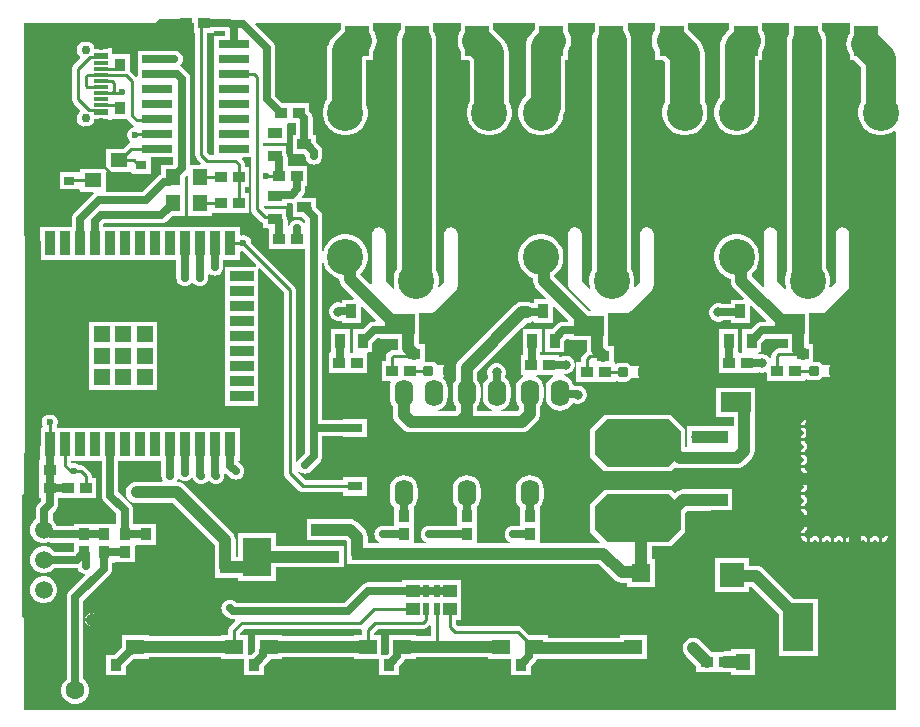
<source format=gtl>
G04*
G04 #@! TF.GenerationSoftware,Altium Limited,Altium Designer,21.3.2 (30)*
G04*
G04 Layer_Physical_Order=1*
G04 Layer_Color=255*
%FSTAX24Y24*%
%MOIN*%
G70*
G04*
G04 #@! TF.SameCoordinates,4D29D3D3-CB23-4B61-9135-448C7089281F*
G04*
G04*
G04 #@! TF.FilePolarity,Positive*
G04*
G01*
G75*
%ADD13C,0.0100*%
%ADD20R,0.0394X0.0374*%
G04:AMPARAMS|DCode=21|XSize=31.5mil|YSize=31.5mil|CornerRadius=3.9mil|HoleSize=0mil|Usage=FLASHONLY|Rotation=0.000|XOffset=0mil|YOffset=0mil|HoleType=Round|Shape=RoundedRectangle|*
%AMROUNDEDRECTD21*
21,1,0.0315,0.0236,0,0,0.0*
21,1,0.0236,0.0315,0,0,0.0*
1,1,0.0079,0.0118,-0.0118*
1,1,0.0079,-0.0118,-0.0118*
1,1,0.0079,-0.0118,0.0118*
1,1,0.0079,0.0118,0.0118*
%
%ADD21ROUNDEDRECTD21*%
%ADD22R,0.0453X0.0118*%
%ADD23R,0.0453X0.0236*%
%ADD24R,0.0551X0.0472*%
%ADD25R,0.0984X0.0669*%
%ADD26R,0.0335X0.0472*%
%ADD27O,0.0630X0.0886*%
G04:AMPARAMS|DCode=28|XSize=287.4mil|YSize=157.5mil|CornerRadius=0mil|HoleSize=0mil|Usage=FLASHONLY|Rotation=180.000|XOffset=0mil|YOffset=0mil|HoleType=Round|Shape=Octagon|*
%AMOCTAGOND28*
4,1,8,-0.1437,0.0394,-0.1437,-0.0394,-0.1043,-0.0787,0.1043,-0.0787,0.1437,-0.0394,0.1437,0.0394,0.1043,0.0787,-0.1043,0.0787,-0.1437,0.0394,0.0*
%
%ADD28OCTAGOND28*%

%ADD29R,0.2756X0.3937*%
%ADD30R,0.1200X0.0394*%
%ADD31R,0.0500X0.0550*%
%ADD32R,0.0374X0.0394*%
%ADD33R,0.0600X0.0500*%
%ADD34R,0.0457X0.0394*%
%ADD35R,0.0200X0.0394*%
%ADD36R,0.0945X0.1299*%
%ADD37R,0.0945X0.0394*%
%ADD38R,0.0472X0.0315*%
%ADD39R,0.0472X0.0335*%
%ADD40R,0.0984X0.0250*%
%ADD41O,0.0984X0.0250*%
%ADD42R,0.0335X0.0276*%
%ADD43R,0.0354X0.0787*%
%ADD44R,0.0787X0.0354*%
%ADD45R,0.0524X0.0524*%
%ADD87C,0.0400*%
%ADD88C,0.0250*%
%ADD89C,0.1000*%
%ADD90O,0.0984X0.0591*%
%ADD91C,0.0295*%
%ADD92R,0.1600X0.1000*%
%ADD93R,0.1000X0.1600*%
%ADD94R,0.0827X0.0827*%
%ADD95C,0.0827*%
%ADD96R,0.0630X0.0630*%
%ADD97C,0.0630*%
%ADD98C,0.0594*%
%ADD99R,0.0630X0.0630*%
%ADD100C,0.1299*%
%ADD101C,0.1200*%
%ADD102R,0.0787X0.0984*%
%ADD103C,0.0236*%
%ADD104C,0.0315*%
G36*
X041979Y048241D02*
X041926Y048143D01*
X041889Y04802D01*
X041877Y047893D01*
Y040271D01*
X041873Y040265D01*
X041816Y040128D01*
X041787Y039983D01*
Y039836D01*
X041816Y039691D01*
X041824Y039671D01*
X041782Y039643D01*
X041529Y039895D01*
Y04145D01*
X041528Y041457D01*
Y041465D01*
X041516Y041523D01*
X041513Y041531D01*
X041512Y041538D01*
X041508Y041543D01*
X041505Y041551D01*
X041472Y041601D01*
X041466Y041607D01*
X041462Y041612D01*
X041457Y041616D01*
X041451Y041622D01*
X041401Y041655D01*
X041393Y041658D01*
X041388Y041662D01*
X041381Y041663D01*
X041373Y041666D01*
X041315Y041678D01*
X041307D01*
X0413Y041679D01*
X041293Y041678D01*
X041285D01*
X041227Y041666D01*
X041219Y041663D01*
X041212Y041662D01*
X041207Y041658D01*
X041199Y041655D01*
X041149Y041622D01*
X041143Y041616D01*
X041138Y041612D01*
X041134Y041607D01*
X041128Y041601D01*
X041128Y041601D01*
X041128Y041601D01*
X041095Y041551D01*
X041092Y041543D01*
X041088Y041538D01*
X041087Y041531D01*
X041084Y041523D01*
X041077Y041491D01*
X041072Y041465D01*
Y041457D01*
X041071Y04145D01*
Y0398D01*
X041072Y039793D01*
X041072Y039793D01*
X041075Y039778D01*
X041075Y039778D01*
X041075Y039778D01*
X041075Y039763D01*
X041078Y039748D01*
X041083Y039735D01*
Y039735D01*
X041083Y039734D01*
X041083Y039734D01*
X041083Y039734D01*
X041086Y03972D01*
X041087Y039719D01*
X041088Y039712D01*
X041092Y039707D01*
X041092Y039706D01*
X0411Y039694D01*
X041106Y03968D01*
X041114Y039667D01*
X041125Y039657D01*
X041125Y039656D01*
X041125Y039656D01*
X041133Y039644D01*
X041134Y039643D01*
X041138Y039638D01*
X041839Y038937D01*
X041821Y038893D01*
X041774Y038888D01*
X040622Y04004D01*
Y040093D01*
X040653Y040114D01*
X040758Y040219D01*
X04084Y040342D01*
X040896Y040478D01*
X040925Y040623D01*
Y040771D01*
X040896Y040916D01*
X04084Y041052D01*
X040758Y041175D01*
X040653Y041279D01*
X04053Y041361D01*
X040394Y041418D01*
X040249Y041447D01*
X040101D01*
X039956Y041418D01*
X03982Y041361D01*
X039697Y041279D01*
X039592Y041175D01*
X03951Y041052D01*
X039454Y040916D01*
X039425Y040771D01*
Y040623D01*
X039454Y040478D01*
X03951Y040342D01*
X039592Y040219D01*
X039697Y040114D01*
X03982Y040032D01*
X039916Y039992D01*
Y039894D01*
X039928Y039802D01*
X039963Y039717D01*
X040019Y039644D01*
X040339Y039325D01*
X04032Y039278D01*
X039935D01*
Y039167D01*
X039885Y039149D01*
X039877Y039156D01*
X039791Y039191D01*
X0397Y039203D01*
X03955D01*
X039459Y039191D01*
X039373Y039156D01*
X0393Y0391D01*
X03745Y03725D01*
X037394Y037177D01*
X037359Y037091D01*
X037347Y037D01*
Y036605D01*
X037294Y036536D01*
X037247Y036423D01*
X037231Y036301D01*
Y036045D01*
X037247Y035924D01*
X037294Y035811D01*
X037347Y035742D01*
Y035581D01*
X037319Y035553D01*
X036757D01*
X036747Y035603D01*
X036834Y035639D01*
X036932Y035714D01*
X037006Y035811D01*
X037053Y035924D01*
X037069Y036045D01*
Y036301D01*
X037053Y036423D01*
X037006Y036536D01*
X036932Y036633D01*
X036902Y036656D01*
X036918Y036703D01*
X036947D01*
Y037097D01*
X036709D01*
X03667Y037155D01*
X036607Y037196D01*
X036533Y037211D01*
X036302D01*
Y037403D01*
X036308Y03745D01*
X036302Y037497D01*
Y037787D01*
X036117D01*
X036108Y037796D01*
Y038315D01*
X036105Y038338D01*
Y038821D01*
X036475D01*
X036482Y038822D01*
X036482D01*
X036497Y038825D01*
X036497Y038825D01*
X036497Y038825D01*
X036512Y038825D01*
X036527Y038828D01*
X03654Y038833D01*
X03654D01*
X036541Y038833D01*
X036555Y038836D01*
X036556Y038837D01*
X036563Y038838D01*
X036568Y038842D01*
X036569Y038842D01*
X036582Y03885D01*
X036582Y038851D01*
X036582Y038851D01*
X036596Y038856D01*
X036608Y038864D01*
X036619Y038875D01*
X036631Y038883D01*
X036632Y038884D01*
X036637Y038888D01*
X037337Y039588D01*
X037341Y039593D01*
X037342Y039594D01*
X03735Y039606D01*
X03735Y039606D01*
X03735Y039607D01*
X037361Y039617D01*
X037369Y03963D01*
X037375Y039644D01*
X037383Y039656D01*
X037383Y039657D01*
X037387Y039662D01*
X037388Y039669D01*
X037389Y03967D01*
X037392Y039684D01*
X037392Y039684D01*
X037392Y039685D01*
X037392Y039685D01*
Y039685D01*
X037397Y039698D01*
X0374Y039713D01*
X0374Y039728D01*
X0374Y039728D01*
X0374Y039728D01*
X037403Y039743D01*
X037403Y039743D01*
X037404Y03975D01*
Y04145D01*
X037403Y041457D01*
Y041465D01*
X037391Y041523D01*
X037388Y041531D01*
X037387Y041538D01*
X037383Y041543D01*
X03738Y041551D01*
X037347Y041601D01*
X037341Y041607D01*
X037337Y041612D01*
X037332Y041616D01*
X037326Y041622D01*
X037276Y041655D01*
X037268Y041658D01*
X037263Y041662D01*
X037256Y041663D01*
X037248Y041666D01*
X03719Y041678D01*
X037182D01*
X037175Y041679D01*
X037168Y041678D01*
X03716D01*
X037102Y041666D01*
X037094Y041663D01*
X037087Y041662D01*
X037082Y041658D01*
X037074Y041655D01*
X037024Y041622D01*
X037018Y041616D01*
X037013Y041612D01*
X037009Y041607D01*
X037003Y041601D01*
X037003Y041601D01*
X037003Y041601D01*
X03697Y041551D01*
X036967Y041543D01*
X036963Y041538D01*
X036962Y041531D01*
X036959Y041523D01*
X036952Y041491D01*
X036947Y041465D01*
Y041457D01*
X036946Y04145D01*
Y039845D01*
X036783Y039682D01*
X036737Y039707D01*
X036762Y039836D01*
Y039983D01*
X036733Y040128D01*
X036682Y040253D01*
Y047884D01*
X036669Y048011D01*
X036632Y048134D01*
X036589Y048215D01*
Y048495D01*
X037506D01*
Y048262D01*
X037447Y04815D01*
X037409Y048027D01*
X037397Y0479D01*
X037409Y047773D01*
X037447Y04765D01*
X037506Y047538D01*
Y047258D01*
X037768D01*
X037797Y047229D01*
Y045872D01*
X037785Y045855D01*
X037729Y045719D01*
X0377Y045574D01*
Y045426D01*
X037729Y045281D01*
X037785Y045145D01*
X037867Y045022D01*
X037972Y044917D01*
X038095Y044835D01*
X038231Y044779D01*
X038376Y04475D01*
X038524D01*
X038669Y044779D01*
X038805Y044835D01*
X038928Y044917D01*
X039033Y045022D01*
X039115Y045145D01*
X039171Y045281D01*
X0392Y045426D01*
Y045574D01*
X039171Y045719D01*
X039115Y045855D01*
X039103Y045872D01*
Y0475D01*
X039091Y047627D01*
X039053Y04775D01*
X038993Y047863D01*
X038912Y047962D01*
X038594Y04828D01*
Y048495D01*
X039979D01*
Y04828D01*
X039866Y048167D01*
X039785Y048068D01*
X039725Y047956D01*
X039687Y047833D01*
X039675Y047706D01*
Y046613D01*
Y046061D01*
X039592Y045978D01*
X03951Y045855D01*
X039454Y045719D01*
X039425Y045574D01*
Y045426D01*
X039454Y045281D01*
X03951Y045145D01*
X039592Y045022D01*
X039697Y044917D01*
X03982Y044835D01*
X039956Y044779D01*
X040101Y04475D01*
X040249D01*
X040394Y044779D01*
X04053Y044835D01*
X040653Y044917D01*
X040758Y045022D01*
X04084Y045145D01*
X040896Y045281D01*
X040925Y045426D01*
Y045445D01*
X040932Y045457D01*
X040969Y04558D01*
X040981Y045707D01*
Y046613D01*
Y047258D01*
X041066D01*
Y047538D01*
X041126Y04765D01*
X041163Y047773D01*
X041176Y0479D01*
X041163Y048027D01*
X041126Y04815D01*
X041066Y048262D01*
Y048495D01*
X041979D01*
Y048241D01*
D02*
G37*
G36*
X035501Y048266D02*
X035486Y048246D01*
X035425Y048134D01*
X035388Y048011D01*
X035375Y047884D01*
Y040306D01*
X035348Y040265D01*
X035291Y040128D01*
X035262Y039983D01*
Y039836D01*
X035291Y039691D01*
X035299Y039671D01*
X035257Y039643D01*
X035004Y039895D01*
Y04145D01*
X035003Y041457D01*
Y041465D01*
X034991Y041523D01*
X034988Y041531D01*
X034987Y041538D01*
X034983Y041543D01*
X03498Y041551D01*
X034947Y041601D01*
X034941Y041607D01*
X034937Y041612D01*
X034932Y041616D01*
X034926Y041622D01*
X034876Y041655D01*
X034868Y041658D01*
X034863Y041662D01*
X034856Y041663D01*
X034848Y041666D01*
X03479Y041678D01*
X034782D01*
X034775Y041679D01*
X034768Y041678D01*
X03476D01*
X034702Y041666D01*
X034694Y041663D01*
X034687Y041662D01*
X034682Y041658D01*
X034674Y041655D01*
X034624Y041622D01*
X034618Y041616D01*
X034613Y041612D01*
X034609Y041607D01*
X034603Y041601D01*
X034603Y041601D01*
X034603Y041601D01*
X03457Y041551D01*
X034567Y041543D01*
X034563Y041538D01*
X034562Y041531D01*
X034559Y041523D01*
X034552Y041491D01*
X034547Y041465D01*
Y041457D01*
X034546Y04145D01*
Y0398D01*
X034546Y039799D01*
X034537Y039786D01*
X034503Y039778D01*
X034471Y039783D01*
X034156Y040098D01*
Y040142D01*
X034233Y040219D01*
X034315Y040342D01*
X034371Y040478D01*
X0344Y040623D01*
Y040771D01*
X034371Y040916D01*
X034315Y041052D01*
X034233Y041175D01*
X034128Y041279D01*
X034005Y041361D01*
X033869Y041418D01*
X033724Y041447D01*
X033576D01*
X033431Y041418D01*
X033295Y041361D01*
X033172Y041279D01*
X033067Y041175D01*
X032985Y041052D01*
X032929Y040916D01*
X032927Y040908D01*
X032877Y040913D01*
Y04204D01*
X032868Y042112D01*
X03284Y042179D01*
X032796Y042236D01*
X032678Y042354D01*
Y042665D01*
X032223D01*
X032204Y042712D01*
X032241Y042749D01*
X032285Y042807D01*
X032313Y042873D01*
X032323Y042945D01*
Y043063D01*
X032392D01*
Y043737D01*
X031732D01*
Y043984D01*
X031723Y044056D01*
X031695Y044123D01*
X031694Y044124D01*
Y044379D01*
X030922D01*
X030904Y044422D01*
Y044461D01*
X030924Y044503D01*
X030954Y044503D01*
X031696D01*
Y045113D01*
X031696Y045137D01*
X031736Y045163D01*
X032015D01*
Y044765D01*
X031906D01*
Y044131D01*
X032286D01*
X032323Y044094D01*
Y04405D01*
X032332Y043978D01*
X03236Y043911D01*
X032404Y043854D01*
X032461Y04381D01*
X032528Y043782D01*
X0326Y043773D01*
X032672Y043782D01*
X032739Y04381D01*
X032796Y043854D01*
X03284Y043911D01*
X032868Y043978D01*
X032877Y04405D01*
Y044209D01*
X032868Y044281D01*
X03284Y044348D01*
X032796Y044405D01*
X032678Y044523D01*
Y044765D01*
X032569D01*
Y045313D01*
X03256Y045385D01*
X032532Y045452D01*
X032488Y045509D01*
X032442Y045555D01*
Y045837D01*
X03156D01*
X031327Y04607D01*
Y04765D01*
X031318Y047722D01*
X03129Y047789D01*
X031246Y047846D01*
X030643Y048449D01*
X030663Y048495D01*
X033501D01*
Y04828D01*
X033238Y048017D01*
X033157Y047918D01*
X033097Y047805D01*
X033059Y047682D01*
X033047Y047555D01*
Y0467D01*
Y045947D01*
X032985Y045855D01*
X032929Y045719D01*
X0329Y045574D01*
Y045426D01*
X032929Y045281D01*
X032985Y045145D01*
X033067Y045022D01*
X033172Y044917D01*
X033295Y044835D01*
X033431Y044779D01*
X033576Y04475D01*
X033724D01*
X033869Y044779D01*
X034005Y044835D01*
X034128Y044917D01*
X034233Y045022D01*
X034315Y045145D01*
X034371Y045281D01*
X0344Y045426D01*
Y045574D01*
X034371Y045719D01*
X034353Y045762D01*
Y0467D01*
Y047258D01*
X034589D01*
Y047538D01*
X034648Y04765D01*
X034686Y047773D01*
X034698Y0479D01*
X034686Y048027D01*
X034648Y04815D01*
X034589Y048262D01*
Y048495D01*
X035501D01*
Y048266D01*
D02*
G37*
G36*
X029652Y048065D02*
X029287D01*
Y047515D01*
Y047015D01*
Y046515D01*
Y046015D01*
Y045515D01*
Y045015D01*
Y044515D01*
Y044104D01*
X029134D01*
X029054Y044184D01*
Y048163D01*
X029292D01*
Y048223D01*
X029652D01*
Y048065D01*
D02*
G37*
G36*
X027923Y043775D02*
X0275D01*
Y043456D01*
X027461Y04344D01*
X027404Y043396D01*
X026885Y042877D01*
X025661D01*
Y043485D01*
X025676Y043529D01*
X026527D01*
X026533Y043482D01*
Y043468D01*
X027167D01*
Y044015D01*
X027923D01*
Y043775D01*
D02*
G37*
G36*
X030496Y0423D02*
X030512Y042222D01*
X030556Y042156D01*
X030836Y041876D01*
X030902Y041831D01*
X030922Y041828D01*
Y041645D01*
X031061D01*
X031108Y041637D01*
Y040963D01*
X032323D01*
Y035D01*
Y034165D01*
X032104Y033946D01*
X03206Y033889D01*
X032054Y033875D01*
X032004Y033884D01*
Y0396D01*
X031988Y039678D01*
X031944Y039744D01*
X030518Y04117D01*
Y041185D01*
X0305Y041253D01*
X030465Y041315D01*
X030415Y041365D01*
X030353Y0414D01*
X030285Y041418D01*
X030215D01*
X030183Y04141D01*
X030133Y041448D01*
Y04169D01*
X025584D01*
Y041791D01*
X025615Y041823D01*
X027525D01*
X027597Y041832D01*
X027664Y04186D01*
X027721Y041904D01*
X027892Y042075D01*
X0283D01*
Y042925D01*
Y043358D01*
X02835Y043408D01*
X0284Y043387D01*
Y042925D01*
Y042075D01*
X0292D01*
Y042163D01*
X030442D01*
Y042837D01*
X030299D01*
Y043013D01*
X030442D01*
Y043687D01*
X030299D01*
Y043795D01*
X030284Y043873D01*
X030239Y043939D01*
X03021Y043969D01*
X030229Y044015D01*
X030496D01*
Y0423D01*
D02*
G37*
G36*
X031906Y042453D02*
Y042031D01*
X032217D01*
X032323Y041925D01*
Y041829D01*
X032273Y041812D01*
X032246Y041846D01*
X032189Y04189D01*
X032122Y041918D01*
X03205Y041927D01*
X031978Y041918D01*
X031911Y04189D01*
X031854Y041846D01*
X03181Y041789D01*
X031782Y041722D01*
X031732Y041725D01*
Y041884D01*
X031723Y041956D01*
X031695Y042023D01*
X031694Y042024D01*
Y042279D01*
X031009D01*
X030936Y042353D01*
X030956Y042403D01*
X031696D01*
Y042485D01*
X031862D01*
X031868Y042486D01*
X031906Y042453D01*
D02*
G37*
G36*
X050461Y048163D02*
X050402Y048052D01*
X050364Y047929D01*
X050352Y047802D01*
X050364Y047674D01*
X050402Y047552D01*
X050461Y04744D01*
Y047258D01*
X050625D01*
X050847Y047036D01*
Y045872D01*
X050835Y045855D01*
X050779Y045719D01*
X05075Y045574D01*
Y045426D01*
X050779Y045281D01*
X050835Y045145D01*
X050917Y045022D01*
X051022Y044917D01*
X051145Y044835D01*
X051281Y044779D01*
X051426Y04475D01*
X051574D01*
X051719Y044779D01*
X051855Y044835D01*
X051945Y044895D01*
X051995Y044869D01*
Y025605D01*
X022955D01*
Y034162D01*
X022979Y034198D01*
X022991Y034257D01*
Y041343D01*
X022979Y041402D01*
X022955Y041438D01*
Y048495D01*
X028598D01*
Y048163D01*
X028646D01*
Y0441D01*
X028662Y044022D01*
X028706Y043956D01*
X02884Y043821D01*
X028821Y043775D01*
X028477D01*
Y046644D01*
X028468Y046716D01*
X02844Y046782D01*
X028396Y04684D01*
X02825Y046986D01*
X028192Y04703D01*
X028168Y04704D01*
X028157Y047088D01*
X028159Y047098D01*
X0282Y047151D01*
X028228Y047218D01*
X028237Y04729D01*
X028228Y047362D01*
X0282Y047429D01*
X028156Y047486D01*
X028098Y04753D01*
X028032Y047558D01*
X028013Y047561D01*
Y047565D01*
X027978D01*
X02796Y047568D01*
X02737D01*
X027352Y047565D01*
X026728D01*
Y047015D01*
Y046731D01*
X026678Y04671D01*
X026487Y046901D01*
Y047452D01*
X025887D01*
Y047675D01*
X025288D01*
X025277Y047715D01*
X025238Y047783D01*
X025183Y047838D01*
X025115Y047877D01*
X025039Y047898D01*
X024961D01*
X024885Y047877D01*
X024817Y047838D01*
X024762Y047783D01*
X024723Y047715D01*
X024702Y047639D01*
Y047561D01*
X024723Y047485D01*
X024762Y047417D01*
X024799Y04738D01*
X024806Y047317D01*
X024606Y047117D01*
X024562Y04705D01*
X024546Y046972D01*
Y04595D01*
X024562Y045872D01*
X024606Y045806D01*
X024821Y045591D01*
X024817Y045563D01*
X024762Y045507D01*
X024723Y045439D01*
X024702Y045364D01*
Y045285D01*
X024723Y04521D01*
X024762Y045142D01*
X024817Y045086D01*
X024885Y045047D01*
X024961Y045027D01*
X025039D01*
X025115Y045047D01*
X025183Y045086D01*
X025238Y045142D01*
X025277Y04521D01*
X025288Y045249D01*
X025888D01*
Y045298D01*
X026377D01*
X026406Y045256D01*
X026556Y045106D01*
X026613Y045067D01*
X026614Y04504D01*
X026613Y045034D01*
X026607Y045016D01*
X026547Y045D01*
X026485Y044965D01*
X026435Y044915D01*
X0264Y044853D01*
X026382Y044785D01*
Y044715D01*
X0264Y044647D01*
X026435Y044585D01*
X026482Y044538D01*
X026482Y044523D01*
X026472Y044485D01*
X026438Y044479D01*
X026372Y044434D01*
X026239Y044302D01*
X025676D01*
Y043676D01*
X025661Y043632D01*
X02481D01*
Y04355D01*
X024767Y043532D01*
Y043532D01*
X024133D01*
Y042956D01*
X024767D01*
Y042956D01*
X02481Y042939D01*
Y04286D01*
X025255D01*
X025272Y04281D01*
X025254Y042796D01*
X02461Y042152D01*
X024566Y042095D01*
X024538Y042028D01*
X024529Y041956D01*
Y04169D01*
X023479D01*
Y040603D01*
X028023D01*
Y04D01*
X028032Y039928D01*
X02806Y039861D01*
X028104Y039804D01*
X028161Y03976D01*
X028228Y039732D01*
X0283Y039723D01*
X028372Y039732D01*
X028439Y03976D01*
X028496Y039804D01*
X028519Y039834D01*
X028581Y039834D01*
X028604Y039804D01*
X028661Y03976D01*
X028728Y039732D01*
X0288Y039723D01*
X028872Y039732D01*
X028939Y03976D01*
X028996Y039804D01*
X029002Y03981D01*
X029047Y039868D01*
X029074Y039935D01*
X029084Y040006D01*
Y040106D01*
X029134Y040131D01*
X029161Y04011D01*
X029228Y040082D01*
X0293Y040073D01*
X029372Y040082D01*
X029439Y04011D01*
X029496Y040154D01*
X029502Y04016D01*
X029547Y040218D01*
X029574Y040285D01*
X029584Y040356D01*
Y040603D01*
X030133D01*
Y040852D01*
X030183Y04089D01*
X030215Y040882D01*
X03023D01*
X030688Y040423D01*
X030669Y040377D01*
X029656D01*
Y039723D01*
Y039223D01*
Y038723D01*
Y038223D01*
Y037723D01*
Y037223D01*
Y036723D01*
Y036223D01*
Y035723D01*
X030744D01*
Y036223D01*
Y036723D01*
Y037223D01*
Y037723D01*
Y038223D01*
Y038723D01*
Y039223D01*
Y039723D01*
Y040303D01*
X03079Y040322D01*
X031596Y039516D01*
Y0335D01*
X031612Y033422D01*
X031656Y033356D01*
X032106Y032906D01*
X032172Y032862D01*
X03225Y032846D01*
X033592D01*
Y032743D01*
X034364D01*
Y033357D01*
X033592D01*
Y033254D01*
X032334D01*
X032077Y033512D01*
X03211Y033549D01*
X032161Y03351D01*
X032228Y033482D01*
X0323Y033473D01*
X032372Y033482D01*
X032439Y03351D01*
X032496Y033554D01*
X032796Y033854D01*
X03284Y033911D01*
X032868Y033978D01*
X032877Y03405D01*
Y034723D01*
X033592D01*
Y034693D01*
X034364D01*
Y035307D01*
X033592D01*
Y035277D01*
X032877D01*
Y04048D01*
X032927Y040485D01*
X032929Y040478D01*
X032985Y040342D01*
X033067Y040219D01*
X033172Y040114D01*
X033295Y040032D01*
X033431Y039976D01*
X03345Y039972D01*
Y039952D01*
X033462Y039861D01*
X033497Y039776D01*
X033553Y039702D01*
X033939Y039317D01*
X03392Y03927D01*
X033535D01*
Y039205D01*
X033495Y039175D01*
X033466Y039183D01*
X033385D01*
X033306Y039162D01*
X033236Y039121D01*
X033179Y039064D01*
X033139Y038994D01*
X033118Y038916D01*
Y038835D01*
X033139Y038756D01*
X033179Y038686D01*
X033236Y038629D01*
X033306Y038589D01*
X033385Y038568D01*
X033466D01*
X033495Y038576D01*
X033535Y038545D01*
Y038498D01*
X034169D01*
Y039021D01*
X034216Y03904D01*
X034675Y038581D01*
X034656Y038535D01*
X034595D01*
X034524Y038525D01*
X034457Y038498D01*
X034399Y038454D01*
X034232Y038286D01*
X033921D01*
Y037537D01*
X033921Y037514D01*
X033882Y037487D01*
X033835D01*
X033797Y037516D01*
Y038288D01*
X033163D01*
Y037516D01*
X033125Y037487D01*
X033108D01*
Y036813D01*
X034392D01*
Y037464D01*
X034392Y037487D01*
X034431Y037514D01*
X034555D01*
Y037825D01*
X03471Y03798D01*
X03482D01*
Y037965D01*
X035402D01*
Y03765D01*
X035403Y037642D01*
X03537Y037604D01*
X035259D01*
X035181Y037588D01*
X035114Y037544D01*
X035056Y037486D01*
X035012Y037419D01*
X034996Y037341D01*
Y037237D01*
X034863D01*
Y036563D01*
X035156D01*
X035184Y036513D01*
X035147Y036423D01*
X035131Y036301D01*
Y036045D01*
X035147Y035924D01*
X035194Y035811D01*
X035247Y035742D01*
Y035434D01*
X035259Y035343D01*
X035294Y035258D01*
X03535Y035185D01*
X035585Y03495D01*
X035658Y034894D01*
X035743Y034859D01*
X035834Y034847D01*
X039531D01*
X039622Y034859D01*
X039707Y034894D01*
X03978Y03495D01*
X04005Y03522D01*
X040106Y035293D01*
X040141Y035378D01*
X040153Y035469D01*
X040153Y035469D01*
Y035742D01*
X040206Y035811D01*
X040253Y035924D01*
X040269Y036045D01*
Y036301D01*
X040253Y036423D01*
X040206Y036536D01*
X040132Y036633D01*
X040034Y036707D01*
X040021Y036713D01*
X040031Y036763D01*
X040569D01*
X040579Y036713D01*
X040566Y036707D01*
X040468Y036633D01*
X040394Y036536D01*
X040347Y036423D01*
X040331Y036301D01*
Y036045D01*
X040347Y035924D01*
X040394Y035811D01*
X040468Y035714D01*
X040566Y035639D01*
X040679Y035592D01*
X0408Y035576D01*
X040921Y035592D01*
X041034Y035639D01*
X041132Y035714D01*
X041206Y035811D01*
X041262Y035824D01*
X041281Y035813D01*
X04136Y035793D01*
X04144D01*
X041519Y035813D01*
X041589Y035854D01*
X041646Y035911D01*
X041687Y035981D01*
X041707Y03606D01*
Y03614D01*
X041687Y036219D01*
X041646Y036289D01*
X041589Y036346D01*
X041519Y036387D01*
X04144Y036407D01*
X04136D01*
X041306Y036393D01*
X041254Y036417D01*
X041253Y036423D01*
X041206Y036536D01*
X041132Y036633D01*
X041034Y036707D01*
X040943Y036745D01*
X040959Y036793D01*
X04096Y036793D01*
X04104D01*
X041119Y036813D01*
X041189Y036854D01*
X041246Y036911D01*
X041287Y036981D01*
X041307Y03706D01*
Y03714D01*
X041287Y037219D01*
X041246Y037289D01*
X041189Y037346D01*
X041119Y037387D01*
X04104Y037407D01*
X04096D01*
X040881Y037387D01*
X040865Y037377D01*
X040792D01*
Y037437D01*
X040145D01*
Y037524D01*
X040197D01*
Y038296D01*
X039566D01*
X039533Y038334D01*
X039696Y038497D01*
X0397D01*
X039791Y038509D01*
X039877Y038544D01*
X039885Y038551D01*
X039935Y038526D01*
Y038506D01*
X040569D01*
Y039029D01*
X040616Y039048D01*
X041086Y038577D01*
X041065Y038527D01*
X040911D01*
X040839Y038518D01*
X040773Y03849D01*
X040715Y038446D01*
X040563Y038294D01*
X040321D01*
Y037522D01*
X040955D01*
Y037902D01*
X041026Y037973D01*
X04112D01*
Y037915D01*
X041702D01*
Y0376D01*
X041706Y037571D01*
X041665Y037544D01*
X041561Y037439D01*
X041516Y037373D01*
X041501Y037295D01*
Y037187D01*
X041358D01*
Y036513D01*
X042642D01*
Y036537D01*
X042692Y036564D01*
X042708Y036554D01*
X042782Y036539D01*
X043018D01*
X043092Y036554D01*
X043155Y036595D01*
X043193Y036653D01*
X043432D01*
Y037047D01*
X043193D01*
X043155Y037105D01*
X043092Y037146D01*
X043018Y037161D01*
X042782D01*
X042708Y037146D01*
X042692Y037136D01*
X042642Y037163D01*
Y037187D01*
X042602D01*
Y037353D01*
X042608Y0374D01*
X042602Y037447D01*
Y037737D01*
X042417D01*
X042408Y037746D01*
Y038265D01*
X042405Y038288D01*
Y038821D01*
X043D01*
X043007Y038822D01*
X043007Y038822D01*
X043022Y038825D01*
X043022Y038825D01*
X043022Y038825D01*
X043037Y038825D01*
X043052Y038828D01*
X043065Y038833D01*
X043065D01*
X043066Y038833D01*
X043066Y038833D01*
X043066Y038833D01*
X04308Y038836D01*
X043081Y038837D01*
X043088Y038838D01*
X043093Y038842D01*
X043094Y038842D01*
X043106Y03885D01*
X04312Y038856D01*
X043133Y038864D01*
X043143Y038875D01*
X043144Y038875D01*
X043144Y038875D01*
X043156Y038883D01*
X043157Y038884D01*
X043162Y038888D01*
X043862Y039588D01*
X043866Y039593D01*
X043867Y039594D01*
X043875Y039606D01*
X043875Y039606D01*
X043875Y039606D01*
X043886Y039617D01*
X043894Y039629D01*
X0439Y039643D01*
X0439Y039644D01*
X0439Y039644D01*
X043908Y039656D01*
X043908Y039657D01*
X043912Y039662D01*
X043913Y039669D01*
X043914Y03967D01*
X043916Y039684D01*
X043916Y039684D01*
X043917Y039684D01*
X043922Y039698D01*
X043925Y039713D01*
Y039728D01*
X043925Y039728D01*
X043925Y039728D01*
X043928Y039743D01*
Y039743D01*
X043929Y03975D01*
Y04145D01*
X043928Y041457D01*
Y041465D01*
X043916Y041523D01*
X043913Y041531D01*
X043912Y041538D01*
X043908Y041543D01*
X043905Y041551D01*
X043872Y041601D01*
X043866Y041607D01*
X043862Y041612D01*
X043857Y041616D01*
X043851Y041622D01*
X043801Y041655D01*
X043793Y041658D01*
X043788Y041662D01*
X043781Y041663D01*
X043773Y041666D01*
X043715Y041678D01*
X043707D01*
X0437Y041679D01*
X043693Y041678D01*
X043685D01*
X043627Y041666D01*
X043619Y041663D01*
X043612Y041662D01*
X043607Y041658D01*
X043599Y041655D01*
X043549Y041622D01*
X043543Y041616D01*
X043538Y041612D01*
X043534Y041607D01*
X043528Y041601D01*
X043528Y041601D01*
X043528Y041601D01*
X043495Y041551D01*
X043492Y041543D01*
X043488Y041538D01*
X043487Y041531D01*
X043484Y041523D01*
X043477Y041491D01*
X043472Y041465D01*
Y041457D01*
X043471Y04145D01*
Y039845D01*
X043308Y039682D01*
X043262Y039707D01*
X043287Y039836D01*
Y039983D01*
X043258Y040128D01*
X043202Y040265D01*
X043183Y040293D01*
Y047893D01*
X04317Y04802D01*
X043133Y048143D01*
X043073Y048256D01*
X043066Y048264D01*
Y048495D01*
X043984D01*
Y048262D01*
X043924Y04815D01*
X043887Y048027D01*
X043874Y0479D01*
X043887Y047773D01*
X043924Y04765D01*
X043984Y047538D01*
Y047258D01*
X044246D01*
X044322Y047182D01*
Y045872D01*
X04431Y045855D01*
X044254Y045719D01*
X044225Y045574D01*
Y045426D01*
X044254Y045281D01*
X04431Y045145D01*
X044392Y045022D01*
X044497Y044917D01*
X04462Y044835D01*
X044756Y044779D01*
X044901Y04475D01*
X045049D01*
X045194Y044779D01*
X04533Y044835D01*
X045453Y044917D01*
X045558Y045022D01*
X04564Y045145D01*
X045696Y045281D01*
X045725Y045426D01*
Y045574D01*
X045696Y045719D01*
X04564Y045855D01*
X045628Y045872D01*
Y047453D01*
X045616Y04758D01*
X045578Y047702D01*
X045518Y047815D01*
X045437Y047914D01*
X045071Y04828D01*
Y048495D01*
X046456D01*
Y04828D01*
X046338Y048162D01*
X046257Y048063D01*
X046197Y04795D01*
X046159Y047827D01*
X046147Y0477D01*
Y0467D01*
Y046008D01*
X046117Y045978D01*
X046035Y045855D01*
X045979Y045719D01*
X04595Y045574D01*
Y045426D01*
X045979Y045281D01*
X046035Y045145D01*
X046117Y045022D01*
X046222Y044917D01*
X046345Y044835D01*
X046481Y044779D01*
X046626Y04475D01*
X046774D01*
X046919Y044779D01*
X047055Y044835D01*
X047178Y044917D01*
X047283Y045022D01*
X047365Y045145D01*
X047421Y045281D01*
X04745Y045426D01*
Y045574D01*
X047447Y04559D01*
X047453Y045654D01*
Y0467D01*
Y047258D01*
X047544D01*
Y047538D01*
X047603Y04765D01*
X047641Y047773D01*
X047653Y0479D01*
X047641Y048027D01*
X047603Y04815D01*
X047544Y048262D01*
Y048495D01*
X048456D01*
Y048172D01*
X048428Y048119D01*
X048391Y047996D01*
X048378Y047869D01*
Y040217D01*
X048341Y040128D01*
X048312Y039983D01*
Y039836D01*
X048341Y039691D01*
X048349Y039671D01*
X048307Y039643D01*
X048054Y039895D01*
Y04145D01*
X048037Y041538D01*
X047987Y041612D01*
X047913Y041662D01*
X047825Y041679D01*
X047737Y041662D01*
X047663Y041612D01*
X047613Y041538D01*
X047596Y04145D01*
Y0398D01*
X047613Y039712D01*
X047613Y039712D01*
X047575Y03968D01*
X047206Y040048D01*
Y040142D01*
X047283Y040219D01*
X047365Y040342D01*
X047421Y040478D01*
X04745Y040623D01*
Y040771D01*
X047421Y040916D01*
X047365Y041052D01*
X047283Y041175D01*
X047178Y041279D01*
X047055Y041361D01*
X046919Y041418D01*
X046774Y041447D01*
X046626D01*
X046481Y041418D01*
X046345Y041361D01*
X046222Y041279D01*
X046117Y041175D01*
X046035Y041052D01*
X045979Y040916D01*
X04595Y040771D01*
Y040623D01*
X045979Y040478D01*
X046035Y040342D01*
X046117Y040219D01*
X046222Y040114D01*
X046345Y040032D01*
X046481Y039976D01*
X0465Y039972D01*
Y039902D01*
X046512Y039811D01*
X046547Y039726D01*
X046603Y039652D01*
X046939Y039317D01*
X04692Y03927D01*
X046497D01*
Y03914D01*
X046195D01*
X046129Y039157D01*
X046048D01*
X04597Y039137D01*
X045899Y039096D01*
X045842Y039039D01*
X045802Y038969D01*
X045781Y03889D01*
Y03881D01*
X045802Y038731D01*
X045842Y038661D01*
X045899Y038604D01*
X04597Y038563D01*
X046048Y038543D01*
X046129D01*
X046207Y038563D01*
X046244Y038585D01*
X046497D01*
Y038498D01*
X047131D01*
Y039059D01*
X047178Y039078D01*
X047682Y038574D01*
X047663Y038527D01*
X04755D01*
X047478Y038518D01*
X047411Y03849D01*
X047354Y038446D01*
X047194Y038286D01*
X046883D01*
Y037514D01*
X046844Y037487D01*
X046797D01*
X046759Y037516D01*
Y038288D01*
X046125D01*
Y037516D01*
X046108Y037487D01*
X046108D01*
Y036813D01*
X047392D01*
Y036828D01*
X04741Y036844D01*
X047442Y036861D01*
X04751Y036843D01*
X04759D01*
X047658Y036861D01*
X047708Y036835D01*
Y036563D01*
X048992D01*
Y036598D01*
X049042Y036624D01*
X049073Y036604D01*
X049147Y036589D01*
X049383D01*
X049457Y036604D01*
X04952Y036645D01*
X049559Y036703D01*
X049797D01*
Y037097D01*
X049559D01*
X04952Y037155D01*
X049457Y037196D01*
X049383Y037211D01*
X049252D01*
Y037403D01*
X049258Y03745D01*
X049252Y037497D01*
Y037787D01*
X049108D01*
Y038315D01*
X049105Y038338D01*
Y038821D01*
X049525D01*
X049613Y038838D01*
X049687Y038888D01*
X050387Y039588D01*
X050437Y039662D01*
X050454Y03975D01*
Y04145D01*
X050437Y041538D01*
X050387Y041612D01*
X050313Y041662D01*
X050225Y041679D01*
X050137Y041662D01*
X050063Y041612D01*
X050013Y041538D01*
X049996Y04145D01*
Y039845D01*
X049833Y039682D01*
X049787Y039707D01*
X049812Y039836D01*
Y039983D01*
X049783Y040128D01*
X049727Y040265D01*
X049684Y040328D01*
Y047869D01*
X049672Y047996D01*
X049635Y048119D01*
X049574Y048232D01*
X049544Y048269D01*
Y048495D01*
X050461D01*
Y048163D01*
D02*
G37*
G36*
X04782Y037965D02*
X048402D01*
Y037654D01*
X048113D01*
X048035Y037638D01*
X047969Y037594D01*
X047911Y037536D01*
X047866Y037469D01*
X047851Y037391D01*
Y037344D01*
X047801Y037331D01*
X047796Y037339D01*
X047739Y037396D01*
X047669Y037437D01*
X04759Y037457D01*
X04751D01*
X047471Y037447D01*
X047425Y037475D01*
X047452Y037514D01*
X047517D01*
Y037825D01*
X047665Y037973D01*
X04782D01*
Y037965D01*
D02*
G37*
G36*
X039563Y038293D02*
Y037524D01*
X03959D01*
Y037437D01*
X039508D01*
Y036763D01*
X039569D01*
X039579Y036713D01*
X039566Y036707D01*
X039468Y036633D01*
X039394Y036536D01*
X039347Y036423D01*
X039331Y036301D01*
Y036045D01*
X039347Y035924D01*
X039394Y035811D01*
X039447Y035742D01*
Y035616D01*
X039384Y035553D01*
X038857D01*
X038847Y035603D01*
X038934Y035639D01*
X039032Y035714D01*
X039106Y035811D01*
X039153Y035924D01*
X039169Y036045D01*
Y036301D01*
X039153Y036423D01*
X039106Y036536D01*
X039032Y036633D01*
X038977Y036674D01*
Y036715D01*
X038987Y036731D01*
X039007Y03681D01*
Y03689D01*
X038987Y036969D01*
X038946Y037039D01*
X038889Y037096D01*
X038819Y037137D01*
X03874Y037157D01*
X03866D01*
X038581Y037137D01*
X038511Y037096D01*
X038454Y037039D01*
X038413Y036969D01*
X038393Y03689D01*
Y03681D01*
X038413Y036731D01*
X038423Y036715D01*
Y036674D01*
X038368Y036633D01*
X038294Y036536D01*
X038247Y036423D01*
X038231Y036301D01*
Y036045D01*
X038247Y035924D01*
X038294Y035811D01*
X038368Y035714D01*
X038466Y035639D01*
X038553Y035603D01*
X038543Y035553D01*
X038053D01*
Y035742D01*
X038106Y035811D01*
X038153Y035924D01*
X038169Y036045D01*
Y036301D01*
X038153Y036423D01*
X038106Y036536D01*
X038053Y036605D01*
Y036854D01*
X039525Y038326D01*
X039563Y038293D01*
D02*
G37*
%LPC*%
G36*
X027393Y038541D02*
X025125D01*
Y037717D01*
Y036994D01*
Y036272D01*
X027393D01*
Y036994D01*
Y037717D01*
Y038541D01*
D02*
G37*
G36*
X05145Y035303D02*
X051401Y03529D01*
X051342Y035256D01*
X0513Y035214D01*
X051258Y035256D01*
X051199Y03529D01*
X05115Y035303D01*
Y03505D01*
X05105D01*
Y035303D01*
X051001Y03529D01*
X050942Y035256D01*
X0509Y035214D01*
X050858Y035256D01*
X050799Y03529D01*
X05075Y035303D01*
Y03505D01*
X05065D01*
Y035303D01*
X050601Y03529D01*
X050542Y035256D01*
X0505Y035214D01*
X050458Y035256D01*
X050399Y03529D01*
X05035Y035303D01*
Y03505D01*
X05025D01*
Y035303D01*
X050201Y03529D01*
X050142Y035256D01*
X0501Y035214D01*
X050058Y035256D01*
X049999Y03529D01*
X04995Y035303D01*
Y03505D01*
X04985D01*
Y035303D01*
X049801Y03529D01*
X049742Y035256D01*
X0497Y035214D01*
X049658Y035256D01*
X049599Y03529D01*
X04955Y035303D01*
Y03505D01*
X04945D01*
Y035303D01*
X049401Y03529D01*
X049342Y035256D01*
X0493Y035214D01*
X049258Y035256D01*
X049199Y03529D01*
X04915Y035303D01*
Y03505D01*
X0491D01*
Y035D01*
X048847D01*
X04886Y034951D01*
X048894Y034892D01*
X048929Y034857D01*
X048937Y034825D01*
X048929Y034793D01*
X048894Y034758D01*
X04886Y034699D01*
X048847Y03465D01*
X0491D01*
Y03455D01*
X048847D01*
X04886Y034501D01*
X048894Y034442D01*
X048929Y034407D01*
X048937Y034375D01*
X048929Y034343D01*
X048894Y034308D01*
X04886Y034249D01*
X048847Y0342D01*
X0491D01*
Y0341D01*
X048847D01*
X04886Y034051D01*
X048894Y033992D01*
X048929Y033957D01*
X048937Y033925D01*
X048929Y033893D01*
X048894Y033858D01*
X04886Y033799D01*
X048847Y03375D01*
X0491D01*
Y03365D01*
X048847D01*
X04886Y033601D01*
X048894Y033542D01*
X048929Y033507D01*
X048937Y033475D01*
X048929Y033443D01*
X048894Y033408D01*
X04886Y033349D01*
X048847Y0333D01*
X0491D01*
Y0332D01*
X048847D01*
X04886Y033151D01*
X048894Y033092D01*
X048929Y033057D01*
X048937Y033025D01*
X048929Y032993D01*
X048894Y032958D01*
X04886Y032899D01*
X048847Y03285D01*
X0491D01*
Y03275D01*
X048847D01*
X04886Y032701D01*
X048894Y032642D01*
X048929Y032607D01*
X048937Y032575D01*
X048929Y032543D01*
X048894Y032508D01*
X04886Y032449D01*
X048847Y0324D01*
X0491D01*
Y0323D01*
X048847D01*
X04886Y032251D01*
X048894Y032192D01*
X048929Y032157D01*
X048937Y032125D01*
X048929Y032093D01*
X048894Y032058D01*
X04886Y031999D01*
X048847Y03195D01*
X0491D01*
Y03185D01*
X048847D01*
X04886Y031801D01*
X048894Y031742D01*
X048929Y031707D01*
X048937Y031675D01*
X048929Y031643D01*
X048894Y031608D01*
X04886Y031549D01*
X048847Y0315D01*
X0491D01*
Y03145D01*
X04915D01*
Y031197D01*
X049199Y03121D01*
X049258Y031244D01*
X0493Y031286D01*
X049342Y031244D01*
X049401Y03121D01*
X04945Y031197D01*
Y03145D01*
X04955D01*
Y031197D01*
X049599Y03121D01*
X049658Y031244D01*
X0497Y031286D01*
X049742Y031244D01*
X049801Y03121D01*
X04985Y031197D01*
Y03145D01*
X04995D01*
Y031197D01*
X049999Y03121D01*
X050058Y031244D01*
X0501Y031286D01*
X050142Y031244D01*
X050201Y03121D01*
X05025Y031197D01*
Y03145D01*
X05035D01*
Y031197D01*
X050399Y03121D01*
X050458Y031244D01*
X0505Y031286D01*
X050542Y031244D01*
X050601Y03121D01*
X05065Y031197D01*
Y03145D01*
X05075D01*
Y031197D01*
X050799Y03121D01*
X050858Y031244D01*
X0509Y031286D01*
X050942Y031244D01*
X051001Y03121D01*
X05105Y031197D01*
Y03145D01*
X05115D01*
Y031197D01*
X051199Y03121D01*
X051258Y031244D01*
X0513Y031286D01*
X051342Y031244D01*
X051401Y03121D01*
X05145Y031197D01*
Y03145D01*
X0515D01*
Y0315D01*
X051753D01*
X05174Y031549D01*
X051706Y031608D01*
X051671Y031643D01*
X051663Y031675D01*
X051671Y031707D01*
X051706Y031742D01*
X05174Y031801D01*
X051753Y03185D01*
X0515D01*
Y03195D01*
X051753D01*
X05174Y031999D01*
X051706Y032058D01*
X051671Y032093D01*
X051663Y032125D01*
X051671Y032157D01*
X051706Y032192D01*
X05174Y032251D01*
X051753Y0323D01*
X0515D01*
Y0324D01*
X051753D01*
X05174Y032449D01*
X051706Y032508D01*
X051671Y032543D01*
X051663Y032575D01*
X051671Y032607D01*
X051706Y032642D01*
X05174Y032701D01*
X051753Y03275D01*
X0515D01*
Y03285D01*
X051753D01*
X05174Y032899D01*
X051706Y032958D01*
X051671Y032993D01*
X051663Y033025D01*
X051671Y033057D01*
X051706Y033092D01*
X05174Y033151D01*
X051753Y0332D01*
X0515D01*
Y0333D01*
X051753D01*
X05174Y033349D01*
X051706Y033408D01*
X051671Y033443D01*
X051663Y033475D01*
X051671Y033507D01*
X051706Y033542D01*
X05174Y033601D01*
X051753Y03365D01*
X0515D01*
Y03375D01*
X051753D01*
X05174Y033799D01*
X051706Y033858D01*
X051671Y033893D01*
X051663Y033925D01*
X051671Y033957D01*
X051706Y033992D01*
X05174Y034051D01*
X051753Y0341D01*
X0515D01*
Y0342D01*
X051753D01*
X05174Y034249D01*
X051706Y034308D01*
X051671Y034343D01*
X051663Y034375D01*
X051671Y034407D01*
X051706Y034442D01*
X05174Y034501D01*
X051753Y03455D01*
X0515D01*
Y03465D01*
X051753D01*
X05174Y034699D01*
X051706Y034758D01*
X051671Y034793D01*
X051663Y034825D01*
X051671Y034857D01*
X051706Y034892D01*
X05174Y034951D01*
X051753Y035D01*
X0515D01*
Y03505D01*
X05145D01*
Y035303D01*
D02*
G37*
G36*
X05155D02*
Y0351D01*
X051753D01*
X05174Y035149D01*
X051706Y035208D01*
X051658Y035256D01*
X051599Y03529D01*
X05155Y035303D01*
D02*
G37*
G36*
X04905D02*
X049001Y03529D01*
X048942Y035256D01*
X048894Y035208D01*
X04886Y035149D01*
X048847Y0351D01*
X04905D01*
Y035303D01*
D02*
G37*
G36*
X047305Y036335D02*
X04602D01*
Y035365D01*
X046597D01*
Y035054D01*
X04655Y035047D01*
Y035047D01*
X04505D01*
Y034768D01*
X045043Y03474D01*
Y03466D01*
X04505Y034632D01*
Y034356D01*
X044987D01*
Y034969D01*
X044518Y035437D01*
X042282D01*
X041813Y034969D01*
Y034031D01*
X042282Y033563D01*
X044518D01*
X044651Y033695D01*
X044732Y033662D01*
X044823Y03365D01*
X045776D01*
X0458Y033647D01*
X046716D01*
X046807Y033659D01*
X046892Y033694D01*
X046965Y03375D01*
X0472Y033985D01*
X047256Y034058D01*
X047291Y034143D01*
X047303Y034234D01*
Y035365D01*
X047305D01*
Y036335D01*
D02*
G37*
G36*
X023842Y035462D02*
X023771D01*
X023703Y035444D01*
X023642Y035408D01*
X023592Y035358D01*
X023556Y035297D01*
X023538Y035229D01*
Y035158D01*
X023556Y03509D01*
X023581Y035047D01*
X023559Y035001D01*
X023555Y034997D01*
X023479D01*
Y033937D01*
X023448D01*
Y033263D01*
Y032663D01*
X023523D01*
Y032566D01*
X023426Y032468D01*
X023382Y032411D01*
X023354Y032344D01*
X023344Y032272D01*
Y031968D01*
X023326Y031958D01*
X023242Y031874D01*
X023184Y031772D01*
X023153Y031659D01*
Y031541D01*
X023184Y031428D01*
X023242Y031326D01*
X023326Y031242D01*
X023428Y031184D01*
X023541Y031153D01*
X023659D01*
X023769Y031183D01*
X023771Y031182D01*
X023843Y031173D01*
X024613D01*
Y03091D01*
X02458Y030877D01*
X023955D01*
X023874Y030958D01*
X023772Y031016D01*
X023659Y031047D01*
X023541D01*
X023428Y031016D01*
X023326Y030958D01*
X023242Y030874D01*
X023184Y030772D01*
X023153Y030659D01*
Y030541D01*
X023184Y030428D01*
X023242Y030326D01*
X023326Y030242D01*
X023428Y030184D01*
X023541Y030153D01*
X023659D01*
X023772Y030184D01*
X023874Y030242D01*
X023955Y030323D01*
X024695D01*
X024732Y030328D01*
X02476Y030261D01*
X024804Y030204D01*
X024861Y03016D01*
X024928Y030132D01*
X024964Y030127D01*
X024982Y030075D01*
X024454Y029546D01*
X02441Y029489D01*
X024382Y029422D01*
X024373Y02935D01*
Y026627D01*
X024365Y026622D01*
X024278Y026535D01*
X024217Y026429D01*
X024185Y026311D01*
Y026189D01*
X024217Y026071D01*
X024278Y025965D01*
X024365Y025878D01*
X024471Y025817D01*
X024589Y025785D01*
X024711D01*
X024829Y025817D01*
X024935Y025878D01*
X025022Y025965D01*
X025083Y026071D01*
X025115Y026189D01*
Y026311D01*
X025083Y026429D01*
X025022Y026535D01*
X024935Y026622D01*
X024927Y026627D01*
Y029235D01*
X025796Y030104D01*
X02584Y030161D01*
X025868Y030228D01*
X025877Y0303D01*
Y030478D01*
X025927Y030508D01*
X025937D01*
X025937Y030508D01*
X025963Y030513D01*
Y030513D01*
X026637D01*
Y031059D01*
X026663Y031098D01*
X027337D01*
Y031792D01*
X026663D01*
Y031792D01*
X026637Y031797D01*
X026637Y031797D01*
X026627D01*
X026577Y031827D01*
Y03225D01*
X026568Y032322D01*
X02654Y032389D01*
X026496Y032446D01*
X026084Y032859D01*
Y03391D01*
X027523D01*
Y0334D01*
X027532Y033328D01*
X02756Y033261D01*
X027566Y033253D01*
X027541Y033203D01*
X0267D01*
X026609Y033191D01*
X026523Y033156D01*
X02645Y0331D01*
X026394Y033027D01*
X026359Y032941D01*
X026347Y03285D01*
X026359Y032759D01*
X026394Y032673D01*
X02645Y0326D01*
X026523Y032544D01*
X026609Y032509D01*
X0267Y032497D01*
X027904D01*
X029297Y031104D01*
Y030345D01*
X029309Y030254D01*
X029313Y030244D01*
Y029998D01*
X029603D01*
X02965Y029992D01*
X030086D01*
Y0299D01*
X031331D01*
Y030347D01*
X032992D01*
X033039Y030353D01*
X033614D01*
Y031047D01*
X033039D01*
X032992Y031053D01*
X031331D01*
Y0315D01*
X030086D01*
Y030698D01*
X030003D01*
Y03125D01*
X029991Y031341D01*
X029956Y031427D01*
X0299Y0315D01*
X0283Y0331D01*
X028227Y033156D01*
X028141Y033191D01*
X028058Y033202D01*
X028044Y033221D01*
X028036Y033245D01*
X028061Y033292D01*
X028082Y033298D01*
X02811Y033299D01*
X028161Y03326D01*
X028228Y033232D01*
X0283Y033223D01*
X028372Y033232D01*
X028439Y03326D01*
X028496Y033304D01*
X028502Y03331D01*
X028512Y033323D01*
X028562Y033316D01*
X028566Y033305D01*
X02861Y033248D01*
X028654Y033204D01*
X028711Y03316D01*
X028778Y033132D01*
X02885Y033123D01*
X028922Y033132D01*
X028989Y03316D01*
X029046Y033204D01*
X029063Y033226D01*
X029073Y033231D01*
X029129Y033229D01*
X029154Y033204D01*
X029211Y03316D01*
X029278Y033132D01*
X02935Y033123D01*
X029422Y033132D01*
X029489Y03316D01*
X029546Y033204D01*
X02959Y033261D01*
X029618Y033328D01*
X029627Y0334D01*
X029618Y033469D01*
X029622Y033473D01*
X029668Y03349D01*
X029804Y033354D01*
X029861Y03331D01*
X029928Y033282D01*
X03Y033273D01*
X030072Y033282D01*
X030139Y03331D01*
X030196Y033354D01*
X03024Y033411D01*
X030268Y033478D01*
X030277Y03355D01*
X030268Y033622D01*
X03024Y033689D01*
X030196Y033746D01*
X030084Y033859D01*
Y03391D01*
X030133D01*
Y034997D01*
X024058D01*
X024054Y035001D01*
X024031Y035047D01*
X024056Y03509D01*
X024074Y035158D01*
Y035229D01*
X024056Y035297D01*
X024021Y035358D01*
X023971Y035408D01*
X02391Y035444D01*
X023842Y035462D01*
D02*
G37*
G36*
X051753Y0314D02*
X05155D01*
Y031197D01*
X051599Y03121D01*
X051658Y031244D01*
X051706Y031292D01*
X05174Y031351D01*
X051753Y0314D01*
D02*
G37*
G36*
X04905D02*
X048847D01*
X04886Y031351D01*
X048894Y031292D01*
X048942Y031244D01*
X049001Y03121D01*
X04905Y031197D01*
Y0314D01*
D02*
G37*
G36*
X0398Y033424D02*
X039679Y033408D01*
X039566Y033361D01*
X039468Y033286D01*
X039394Y033189D01*
X039347Y033076D01*
X039331Y032955D01*
Y032699D01*
X039347Y032577D01*
X039394Y032464D01*
X039463Y032374D01*
Y031732D01*
X039255D01*
X039183Y031723D01*
X039116Y031695D01*
X039059Y031651D01*
X039054Y031646D01*
X03901Y031589D01*
X038982Y031522D01*
X038973Y03145D01*
X038982Y031378D01*
X03901Y031311D01*
X039054Y031254D01*
X039111Y03121D01*
X039128Y031203D01*
X039118Y031153D01*
X038037D01*
Y031703D01*
Y032374D01*
X038106Y032464D01*
X038153Y032577D01*
X038169Y032699D01*
Y032955D01*
X038153Y033076D01*
X038106Y033189D01*
X038032Y033286D01*
X037934Y033361D01*
X037821Y033408D01*
X0377Y033424D01*
X037579Y033408D01*
X037466Y033361D01*
X037368Y033286D01*
X037294Y033189D01*
X037247Y033076D01*
X037231Y032955D01*
Y032699D01*
X037247Y032577D01*
X037294Y032464D01*
X037363Y032374D01*
Y031727D01*
X03645D01*
X036378Y031718D01*
X036311Y03169D01*
X036254Y031646D01*
X03621Y031589D01*
X036182Y031522D01*
X036173Y03145D01*
X036182Y031378D01*
X03621Y031311D01*
X036254Y031254D01*
X036311Y03121D01*
X036328Y031203D01*
X036318Y031153D01*
X035937D01*
Y031703D01*
Y032374D01*
X036006Y032464D01*
X036053Y032577D01*
X036069Y032699D01*
Y032955D01*
X036053Y033076D01*
X036006Y033189D01*
X035932Y033286D01*
X035834Y033361D01*
X035721Y033408D01*
X0356Y033424D01*
X035479Y033408D01*
X035366Y033361D01*
X035268Y033286D01*
X035194Y033189D01*
X035147Y033076D01*
X035131Y032955D01*
Y032699D01*
X035147Y032577D01*
X035194Y032464D01*
X035263Y032374D01*
Y031737D01*
X034909D01*
X034838Y031727D01*
X034771Y0317D01*
X034713Y031656D01*
X034704Y031646D01*
X03466Y031589D01*
X034632Y031522D01*
X034623Y03145D01*
X034632Y031378D01*
X03466Y031311D01*
X034704Y031254D01*
X034761Y03121D01*
X034778Y031203D01*
X034768Y031153D01*
X034403D01*
Y031371D01*
X034391Y031463D01*
X034356Y031548D01*
X0343Y031621D01*
X034065Y031855D01*
X033992Y031911D01*
X033907Y031946D01*
X033816Y031959D01*
X032992D01*
X032945Y031952D01*
X032369D01*
Y031259D01*
X032945D01*
X032992Y031252D01*
X033669D01*
X033697Y031225D01*
Y0308D01*
X033709Y030709D01*
X033713Y030699D01*
Y030453D01*
X034003D01*
X03405Y030447D01*
X042104D01*
X042611Y02994D01*
X042684Y029883D01*
X042769Y029848D01*
X042861Y029836D01*
X043045D01*
Y029695D01*
X043975D01*
Y030625D01*
X043863D01*
Y031063D01*
X044518D01*
X044987Y031531D01*
Y032162D01*
X045069Y032244D01*
X045797D01*
X045868Y032253D01*
X04655D01*
Y032947D01*
X045847D01*
X0458Y032953D01*
X045776Y03295D01*
X044923D01*
X044832Y032938D01*
X044746Y032903D01*
X044673Y032846D01*
X044641Y032814D01*
X044518Y032937D01*
X042282D01*
X041813Y032469D01*
Y031531D01*
X042145Y031199D01*
X042126Y031153D01*
X040137D01*
Y031698D01*
Y032374D01*
X040206Y032464D01*
X040253Y032577D01*
X040269Y032699D01*
Y032955D01*
X040253Y033076D01*
X040206Y033189D01*
X040132Y033286D01*
X040034Y033361D01*
X039921Y033408D01*
X0398Y033424D01*
D02*
G37*
G36*
X03695Y029917D02*
X036108D01*
Y029917D01*
X035541D01*
Y029847D01*
X03442D01*
X034348Y029838D01*
X034281Y02981D01*
X034224Y029766D01*
X033635Y029177D01*
X030015D01*
X029996Y029196D01*
X029939Y02924D01*
X029872Y029268D01*
X0298Y029277D01*
X029728Y029268D01*
X029661Y02924D01*
X029604Y029196D01*
X02956Y029139D01*
X029532Y029072D01*
X029523Y029D01*
X029532Y028928D01*
X02956Y028861D01*
X029604Y028804D01*
X029704Y028704D01*
X029761Y02866D01*
X029828Y028632D01*
X0299Y028623D01*
X029969D01*
X029988Y028576D01*
X029806Y028394D01*
X029762Y028328D01*
X029746Y02825D01*
Y0281D01*
X0295D01*
Y028053D01*
X0271D01*
Y0281D01*
X0262D01*
Y027697D01*
X025945Y027442D01*
X025663D01*
Y026748D01*
X026337D01*
Y02705D01*
X026587Y0273D01*
X0271D01*
Y027347D01*
X0295D01*
Y0273D01*
X030263D01*
Y026748D01*
X030937D01*
Y02705D01*
X031121Y027234D01*
X031165Y027291D01*
X031169Y0273D01*
X03155D01*
Y027347D01*
X03395D01*
Y0273D01*
X034763D01*
Y026748D01*
X035437D01*
Y02705D01*
X035571Y027184D01*
X035615Y027241D01*
X035639Y0273D01*
X036D01*
Y027347D01*
X0384D01*
Y0273D01*
X039163D01*
Y026748D01*
X039837D01*
Y02705D01*
X039971Y027184D01*
X040015Y027241D01*
X040038Y027297D01*
X04325D01*
X043273Y0273D01*
X0437D01*
Y0281D01*
X0428D01*
Y028003D01*
X0404D01*
Y0281D01*
X039788D01*
X039544Y028344D01*
X039478Y028388D01*
X0394Y028404D01*
X037384D01*
X037343Y028445D01*
Y028603D01*
X037518D01*
Y029223D01*
Y029917D01*
X03695D01*
Y029917D01*
D02*
G37*
G36*
X023659Y030047D02*
X023541D01*
X023428Y030016D01*
X023326Y029958D01*
X023242Y029874D01*
X023184Y029772D01*
X023153Y029659D01*
Y029541D01*
X023184Y029428D01*
X023242Y029326D01*
X023326Y029242D01*
X023428Y029184D01*
X023541Y029153D01*
X023659D01*
X023772Y029184D01*
X023874Y029242D01*
X023958Y029326D01*
X024016Y029428D01*
X024047Y029541D01*
Y029659D01*
X024016Y029772D01*
X023958Y029874D01*
X023874Y029958D01*
X023772Y030016D01*
X023659Y030047D01*
D02*
G37*
G36*
X02525Y028815D02*
Y02865D01*
X025415D01*
X025385Y028724D01*
X025324Y028785D01*
X02525Y028815D01*
D02*
G37*
G36*
X02515D02*
X025076Y028785D01*
X025015Y028724D01*
X024985Y02865D01*
X02515D01*
Y028815D01*
D02*
G37*
G36*
X025415Y02855D02*
X02525D01*
Y028385D01*
X025324Y028415D01*
X025385Y028476D01*
X025415Y02855D01*
D02*
G37*
G36*
X02515D02*
X024985D01*
X025015Y028476D01*
X025076Y028415D01*
X02515Y028385D01*
Y02855D01*
D02*
G37*
G36*
X047113Y030652D02*
X045987D01*
Y029526D01*
X047113D01*
Y029697D01*
X047204D01*
X0481Y028801D01*
Y0274D01*
X0494D01*
Y0293D01*
X048599D01*
X0476Y0303D01*
X047527Y030356D01*
X047441Y030391D01*
X04735Y030403D01*
X047113D01*
Y030652D01*
D02*
G37*
G36*
X04525Y028008D02*
X045159Y027996D01*
X045073Y02796D01*
X045Y027904D01*
X044944Y027831D01*
X044909Y027746D01*
X044897Y027655D01*
X044909Y027563D01*
X044944Y027478D01*
X045Y027405D01*
X045358Y027048D01*
Y026863D01*
X045604D01*
X045613Y026859D01*
X045705Y026847D01*
X045796Y026859D01*
X045806Y026863D01*
X046194D01*
X046204Y026859D01*
X046295Y026847D01*
X0465D01*
Y026775D01*
X0473D01*
Y027625D01*
X0465D01*
Y027553D01*
X046295D01*
X046204Y027541D01*
X046194Y027537D01*
X045867D01*
X0455Y027904D01*
X045427Y02796D01*
X045341Y027996D01*
X04525Y028008D01*
D02*
G37*
%LPD*%
G36*
X025529Y032744D02*
X025538Y032672D01*
X025566Y032605D01*
X02561Y032548D01*
X026023Y032135D01*
Y031797D01*
X025963D01*
Y031797D01*
X025963Y031797D01*
X025915Y031792D01*
X024613D01*
Y031727D01*
X024028D01*
X024016Y031772D01*
X023958Y031874D01*
X023899Y031933D01*
Y032157D01*
X023997Y032255D01*
X024041Y032312D01*
X024069Y032379D01*
X024078Y032451D01*
Y032663D01*
X025342D01*
Y033337D01*
X025204D01*
Y0334D01*
X025188Y033478D01*
X025144Y033544D01*
X024994Y033694D01*
X024928Y033738D01*
X02485Y033754D01*
X024775D01*
X024765Y033765D01*
X024703Y0338D01*
X024635Y033818D01*
X024565D01*
X024555Y033816D01*
X02451Y033852D01*
Y03391D01*
X025529D01*
Y032744D01*
D02*
G37*
G36*
X036496Y028392D02*
Y028053D01*
X036D01*
Y0281D01*
X0351D01*
Y027593D01*
X035098Y027575D01*
Y027495D01*
X035045Y027442D01*
X03485D01*
Y0281D01*
X034604D01*
Y028166D01*
X034734Y028296D01*
X03625D01*
X036328Y028312D01*
X036394Y028356D01*
X03645Y028412D01*
X036496Y028392D01*
D02*
G37*
G36*
X034199Y028263D02*
X034196Y02825D01*
Y0281D01*
X03395D01*
Y028053D01*
X03155D01*
Y0281D01*
X03065D01*
Y027593D01*
X030648Y027575D01*
Y027545D01*
X030545Y027442D01*
X0304D01*
Y0281D01*
X030154D01*
Y028166D01*
X030284Y028296D01*
X03415D01*
X034163Y028299D01*
X034199Y028263D01*
D02*
G37*
D13*
X048645Y0369D02*
X049265D01*
X0498Y03745D02*
X049935Y037315D01*
Y0369D02*
Y037315D01*
X049495Y03745D02*
X0498D01*
X048113D02*
X048905D01*
X048055Y0369D02*
Y037391D01*
X048113Y03745D01*
X043569Y03685D02*
X0436Y036881D01*
Y0373D01*
X0435Y0374D02*
X0436Y0373D01*
X042845Y0374D02*
X0435D01*
X041705Y037295D02*
X041809Y0374D01*
X042255D01*
X041705Y03685D02*
Y037295D01*
X042295Y03685D02*
X0429D01*
X0358Y0369D02*
X036415D01*
X036545Y03745D02*
X037026D01*
X037085Y0369D02*
Y037391D01*
X037026Y03745D02*
X037085Y037391D01*
X035259Y0374D02*
X035905D01*
X035955Y03745D01*
X0352Y036909D02*
Y037341D01*
X035259Y0374D01*
X0352Y036909D02*
X035209Y0369D01*
X0307Y0423D02*
Y0467D01*
X03061Y04679D02*
X0307Y0467D01*
Y0423D02*
X03098Y04202D01*
X0318Y0335D02*
X03225Y03305D01*
X03025Y04115D02*
X0318Y0396D01*
Y0335D02*
Y0396D01*
X03415Y0285D02*
X0346Y02895D01*
X0302Y0285D02*
X03415D01*
X0346Y02895D02*
X035919D01*
X02995Y02825D02*
X0302Y0285D01*
X025116Y045584D02*
X025445D01*
X02475Y04595D02*
Y046972D01*
Y04595D02*
X025116Y045584D01*
X025445D02*
X025512Y045517D01*
X02475Y046972D02*
X025134Y047356D01*
X025459D01*
X02551Y047407D01*
X023806Y034454D02*
Y035194D01*
X03225Y03305D02*
X033978D01*
X0246Y03355D02*
X02485D01*
X0245D02*
X0246D01*
X0367Y02775D02*
Y02895D01*
X03665Y0277D02*
X0367Y02775D01*
X0394Y0282D02*
X0399Y0277D01*
X037139Y028361D02*
X0373Y0282D01*
X0394D01*
X037139Y028361D02*
Y02895D01*
X03625Y0285D02*
X036358Y028608D01*
Y028949D01*
X03465Y0285D02*
X03625D01*
X0344Y02825D02*
X03465Y0285D01*
X0344Y0277D02*
Y02825D01*
X02995Y0277D02*
Y02825D01*
X024306Y033744D02*
X0245Y03355D01*
X024306Y033744D02*
Y034454D01*
X02485Y03355D02*
X025Y0334D01*
Y033005D02*
Y0334D01*
X024995Y033D02*
X025Y033005D01*
X030246Y041146D02*
X03025Y04115D01*
X029806Y041146D02*
X030246D01*
X02885Y048405D02*
X028945Y0485D01*
X02885Y0441D02*
Y048405D01*
Y0441D02*
X02905Y0439D01*
X029991D01*
X030095Y043795D01*
Y04335D02*
Y043795D01*
Y0425D02*
Y04335D01*
X0288Y0425D02*
X029505D01*
X0288Y04335D02*
X029505D01*
X031Y0434D02*
X031455D01*
X02993Y04629D02*
X029939Y0463D01*
X03125Y04202D02*
X031308Y041962D01*
X03098Y04202D02*
X03125D01*
X02993Y04679D02*
X03061D01*
X025579Y043729D02*
X026062Y043246D01*
X025422Y043729D02*
X025579D01*
X026062Y043246D02*
X026102D01*
X025236Y043916D02*
X025422Y043729D01*
X02665Y04475D02*
X02669Y04479D01*
X02737D01*
X026141Y043916D02*
X026611D01*
X026516Y04429D02*
X02737D01*
X026102Y043916D02*
X026141D01*
X026516Y04429D01*
X02615Y043294D02*
X02675D01*
X026102Y043246D02*
X02615Y043294D01*
X026611Y043916D02*
X02672Y043806D01*
X02675D01*
X025076Y043756D02*
X025236Y043916D01*
X02445Y043756D02*
X025076D01*
X02445Y043244D02*
X024452Y043246D01*
X025236D01*
X026175Y046175D02*
X0262Y0462D01*
X025891Y046175D02*
X026175D01*
X02706Y04579D02*
X02737D01*
X0267Y04525D02*
X02733D01*
X02737Y04529D01*
X02655Y0454D02*
X0267Y04525D01*
X02655Y0454D02*
Y04655D01*
X026342Y046758D02*
X02655Y04655D01*
X025511Y046758D02*
X026342D01*
X02595Y046233D02*
Y046502D01*
X025891Y046561D02*
X02595Y046502D01*
X025512Y046561D02*
X025891D01*
Y046175D02*
X02595Y046233D01*
X02552Y046175D02*
X025891D01*
X025512Y046167D02*
X02552Y046175D01*
X025503Y046356D02*
X025511Y046364D01*
X025165Y046356D02*
X025503D01*
X025059Y04635D02*
X025159D01*
X025Y046409D02*
X025059Y04635D01*
X025Y046409D02*
Y046699D01*
X025159Y04635D02*
X025165Y046356D01*
X025059Y046758D02*
X025511D01*
X025Y046699D02*
X025059Y046758D01*
X02551Y047722D02*
X026123D01*
X02615Y045055D02*
Y045065D01*
X025512Y045202D02*
X026012D01*
X02615Y045065D01*
X026023Y045772D02*
Y045773D01*
Y045772D02*
X02615Y045645D01*
X025512Y045773D02*
X026023D01*
X02615Y047095D02*
Y047105D01*
X025512Y046954D02*
X026009D01*
X02615Y047095D01*
D20*
X034045Y03715D02*
D03*
X033455D02*
D03*
X035209Y0369D02*
D03*
X0358D02*
D03*
X041705Y03685D02*
D03*
X042295D02*
D03*
X048055Y0369D02*
D03*
X048645D02*
D03*
X049495Y03745D02*
D03*
X048905D02*
D03*
X046455Y03715D02*
D03*
X047045D02*
D03*
X042845Y0374D02*
D03*
X042255D02*
D03*
X039855Y0371D02*
D03*
X040445D02*
D03*
X036545Y03745D02*
D03*
X035955D02*
D03*
X046295Y0272D02*
D03*
X045705D02*
D03*
X023205Y0336D02*
D03*
X023795D02*
D03*
X023205Y033D02*
D03*
X023795D02*
D03*
X024405D02*
D03*
X024995D02*
D03*
X032045Y0413D02*
D03*
X031455D02*
D03*
X032045Y0434D02*
D03*
X031455D02*
D03*
X031505Y0455D02*
D03*
X032095D02*
D03*
X028355Y0485D02*
D03*
X028945D02*
D03*
X030095Y04335D02*
D03*
X029505D02*
D03*
Y0425D02*
D03*
X030095D02*
D03*
D21*
X037085Y0369D02*
D03*
X036415D02*
D03*
X043569Y03685D02*
D03*
X0429D02*
D03*
X049935Y0369D02*
D03*
X049265D02*
D03*
D22*
X025512Y047151D02*
D03*
X025512Y046954D02*
D03*
X025511Y046758D02*
D03*
X025512Y046561D02*
D03*
X025511Y046364D02*
D03*
X025512Y046167D02*
D03*
Y04597D02*
D03*
Y045773D02*
D03*
D23*
X02551Y047722D02*
D03*
Y047407D02*
D03*
X025512Y045517D02*
D03*
Y045202D02*
D03*
D24*
X025236Y043916D02*
D03*
X026102D02*
D03*
Y043246D02*
D03*
X025236D02*
D03*
D25*
X048463Y03845D02*
D03*
X050037D02*
D03*
X041763Y0384D02*
D03*
X043337D02*
D03*
X035463Y03845D02*
D03*
X037037D02*
D03*
X046663Y03585D02*
D03*
X048237D02*
D03*
D26*
X046814Y038884D02*
D03*
X046442Y037902D02*
D03*
X0472Y0379D02*
D03*
X040252Y038892D02*
D03*
X03988Y03791D02*
D03*
X040638Y037908D02*
D03*
X033852Y038884D02*
D03*
X03348Y037902D02*
D03*
X034238Y0379D02*
D03*
D27*
X0398Y032827D02*
D03*
X0408D02*
D03*
Y036173D02*
D03*
X0398D02*
D03*
X0377Y032827D02*
D03*
X0387D02*
D03*
Y036173D02*
D03*
X0377D02*
D03*
X0356Y032827D02*
D03*
X0366D02*
D03*
Y036173D02*
D03*
X0356D02*
D03*
D28*
X0434Y032D02*
D03*
Y0345D02*
D03*
D29*
X0504Y03335D02*
D03*
D30*
X0458Y0319D02*
D03*
Y0326D02*
D03*
Y0333D02*
D03*
Y034D02*
D03*
Y0347D02*
D03*
D31*
X0478Y0272D02*
D03*
X0469D02*
D03*
X0279Y04335D02*
D03*
X0288D02*
D03*
X0279Y0425D02*
D03*
X0288D02*
D03*
D32*
X0398Y032045D02*
D03*
Y031455D02*
D03*
X0377Y03205D02*
D03*
Y031459D02*
D03*
X0356Y03205D02*
D03*
Y031459D02*
D03*
X027Y030855D02*
D03*
Y031445D02*
D03*
X0263Y03145D02*
D03*
Y030859D02*
D03*
X0256Y030855D02*
D03*
Y031445D02*
D03*
X02495Y030855D02*
D03*
Y031445D02*
D03*
X026Y027095D02*
D03*
Y026505D02*
D03*
X0306D02*
D03*
Y027095D02*
D03*
X0351Y026505D02*
D03*
Y027095D02*
D03*
X0395D02*
D03*
Y026505D02*
D03*
X03475Y0308D02*
D03*
Y030209D02*
D03*
X03405Y0308D02*
D03*
Y030209D02*
D03*
X02965Y030345D02*
D03*
Y029755D02*
D03*
X02615Y047105D02*
D03*
Y047695D02*
D03*
Y045645D02*
D03*
Y045055D02*
D03*
D33*
X02995Y0259D02*
D03*
Y0277D02*
D03*
X02665Y0259D02*
D03*
Y0277D02*
D03*
X03995D02*
D03*
Y0259D02*
D03*
X04325Y0277D02*
D03*
Y0259D02*
D03*
X03885D02*
D03*
Y0277D02*
D03*
X03555Y0259D02*
D03*
Y0277D02*
D03*
X0344Y0259D02*
D03*
Y0277D02*
D03*
X0311Y0259D02*
D03*
Y0277D02*
D03*
D34*
X035919Y02957D02*
D03*
X037139D02*
D03*
X035919Y02895D02*
D03*
X037139D02*
D03*
D35*
X036358Y029571D02*
D03*
X0367D02*
D03*
X036358Y028949D02*
D03*
X0367Y02895D02*
D03*
D36*
X030708Y0307D02*
D03*
D37*
X032992Y031606D02*
D03*
Y0307D02*
D03*
Y029794D02*
D03*
D38*
X033978Y03305D02*
D03*
X031222D02*
D03*
Y035D02*
D03*
X033978D02*
D03*
D39*
X031308Y041962D02*
D03*
X03131Y04272D02*
D03*
X032292Y042348D02*
D03*
X031308Y044062D02*
D03*
X03131Y04482D02*
D03*
X032292Y044448D02*
D03*
D40*
X02993Y04779D02*
D03*
Y04729D02*
D03*
Y04679D02*
D03*
Y04629D02*
D03*
Y04579D02*
D03*
Y04529D02*
D03*
Y04479D02*
D03*
Y04429D02*
D03*
X02737Y04429D02*
D03*
Y04479D02*
D03*
Y04529D02*
D03*
Y04579D02*
D03*
Y04629D02*
D03*
Y04679D02*
D03*
Y04729D02*
D03*
D41*
Y04779D02*
D03*
D42*
X02685Y043244D02*
D03*
Y043756D02*
D03*
X02445Y043244D02*
D03*
Y043756D02*
D03*
D43*
X023306Y034454D02*
D03*
X023806D02*
D03*
X024306D02*
D03*
X024806D02*
D03*
X025306D02*
D03*
X025806D02*
D03*
X026306D02*
D03*
X026806D02*
D03*
X027306D02*
D03*
X027806D02*
D03*
X028306D02*
D03*
X028806D02*
D03*
X029306D02*
D03*
X029806D02*
D03*
Y041146D02*
D03*
X029306D02*
D03*
X028806D02*
D03*
X028306D02*
D03*
X027806D02*
D03*
X027306D02*
D03*
X026806D02*
D03*
X026306D02*
D03*
X025806D02*
D03*
X025306D02*
D03*
X024806D02*
D03*
X024306D02*
D03*
X023806D02*
D03*
X023306D02*
D03*
D44*
X0302Y03555D02*
D03*
Y03605D02*
D03*
Y03655D02*
D03*
Y03705D02*
D03*
Y03755D02*
D03*
Y03805D02*
D03*
Y03855D02*
D03*
Y03905D02*
D03*
Y03955D02*
D03*
Y04005D02*
D03*
D45*
X025537Y036684D02*
D03*
Y037406D02*
D03*
Y038129D02*
D03*
X026259Y036684D02*
D03*
Y037406D02*
D03*
Y038129D02*
D03*
X026981Y036684D02*
D03*
Y037406D02*
D03*
Y038129D02*
D03*
D87*
X0377Y037D02*
X03955Y03885D01*
X0397D01*
X0377Y036173D02*
Y037D01*
X048225Y035985D02*
X048494Y035715D01*
X048835D02*
X049222Y035328D01*
X048494Y035715D02*
X048835D01*
X049222Y034528D02*
Y035328D01*
X04695Y034234D02*
Y035715D01*
X046663Y03585D02*
X046815D01*
X04695Y035715D01*
X049222Y0319D02*
X0504Y033078D01*
X05065Y03035D02*
Y0331D01*
X0458Y0333D02*
X05035D01*
X049222Y034528D02*
X0504Y03335D01*
X0491Y0319D02*
X049222D01*
X035305Y03845D02*
X035463D01*
X036545Y03745D02*
X036745Y03765D01*
X023306Y0356D02*
Y041146D01*
Y034454D02*
Y0356D01*
X049Y0479D02*
X049031Y047869D01*
Y039941D02*
X049062Y039909D01*
X051005Y047802D02*
Y0479D01*
X0468Y0467D02*
X047Y0469D01*
X044975Y0455D02*
Y045716D01*
X042523Y0479D02*
X04253Y047893D01*
Y039917D02*
X042537Y039909D01*
X040328Y046613D02*
X040522Y046808D01*
X036029Y047884D02*
X036045Y0479D01*
X036012Y039909D02*
X036029Y039926D01*
X0337Y0467D02*
X033851Y046851D01*
X03365Y0455D02*
X0337Y04555D01*
X03845Y0455D02*
Y045716D01*
X03705Y03425D02*
X038466D01*
X03047Y03038D02*
X030708Y030618D01*
X02765Y0277D02*
X02995D01*
X02665D02*
X02765D01*
X03555D02*
X03665D01*
X03885D01*
X03995Y02765D02*
X04325D01*
X0311Y0277D02*
X0344D01*
Y0259D02*
X0355D01*
X03555D02*
X03885D01*
X0399Y02585D02*
X04325D01*
X03985Y0259D02*
X0399Y02585D01*
X03885Y0259D02*
X03985D01*
X0311D02*
X0344D01*
X03105D02*
X0311D01*
X02995D02*
X03105D01*
X02665D02*
X02995D01*
X04415D02*
X044634Y026384D01*
X04325Y0259D02*
X04415D01*
X044634Y026384D02*
Y029094D01*
X0447Y02916D01*
X04555D01*
X04351D02*
X0447D01*
X04555D02*
Y031897D01*
X045986Y02916D02*
X046435Y028711D01*
X04555Y02916D02*
X045986D01*
X04555Y031897D02*
X045553Y0319D01*
X02525Y0286D02*
X028495D01*
X0252D02*
X02525D01*
X028495D02*
X02965Y029755D01*
X0267Y03285D02*
X02805D01*
X02965Y03125D01*
Y030345D02*
Y03125D01*
Y030345D02*
X030436D01*
X030708Y030618D02*
Y0307D01*
X02965Y029755D02*
X029705Y0297D01*
X032628D02*
X032722Y029794D01*
X029705Y0297D02*
X032628D01*
X032722Y029794D02*
X033816D01*
X030708Y0307D02*
X032992D01*
X033816Y029794D02*
X03405Y030029D01*
Y030209D01*
Y0308D02*
Y031371D01*
X032992Y031606D02*
X033816D01*
X03405Y031371D01*
X03475Y030209D02*
X041741D01*
X03405D02*
X03475D01*
X041741D02*
X04246Y02949D01*
Y029394D02*
X042694Y02916D01*
X04351D01*
X04246Y029394D02*
Y02949D01*
X03405Y0308D02*
X03475D01*
X043481Y030189D02*
X04351Y03016D01*
X04225Y0308D02*
X042861Y030189D01*
X03475Y0308D02*
X04225D01*
X042861Y030189D02*
X043481D01*
X03562Y03845D02*
X035755Y038315D01*
X035463Y03845D02*
X03562D01*
X035755Y03765D02*
X035955Y03745D01*
X035755Y03765D02*
Y038315D01*
X036745Y03765D02*
Y038315D01*
X03688Y03845D02*
X037037D01*
X036745Y038315D02*
X03688Y03845D01*
X033803Y039952D02*
X035305Y03845D01*
X033803Y039952D02*
Y040544D01*
X03365Y040697D02*
X033803Y040544D01*
X037195Y03845D02*
X03733Y038585D01*
Y038742D01*
X038221Y039634D01*
Y040544D01*
X038374Y040697D01*
X037037Y03845D02*
X037195D01*
X042055Y0376D02*
X042255Y0374D01*
X042055Y0376D02*
Y038265D01*
X04192Y0384D02*
X042055Y038265D01*
X041763Y0384D02*
X04192D01*
X043045Y0376D02*
Y038265D01*
X04318Y0384D02*
X043337D01*
X042845Y0374D02*
X043045Y0376D01*
Y038265D02*
X04318Y0384D01*
X040175Y040697D02*
X040269Y040603D01*
Y039894D02*
Y040603D01*
Y039894D02*
X041763Y0384D01*
X044746Y039651D02*
Y040544D01*
X043337Y0384D02*
X043495D01*
X044746Y039651D01*
Y040544D02*
X044899Y040697D01*
X049745Y0377D02*
Y038315D01*
X04988Y03845D02*
X050037D01*
X049495Y03745D02*
X049745Y0377D01*
Y038315D02*
X04988Y03845D01*
X04862D02*
X048755Y038315D01*
Y0376D02*
X048905Y03745D01*
X048755Y0376D02*
Y038315D01*
X048463Y03845D02*
X04862D01*
X046853Y039902D02*
X048305Y03845D01*
X046853Y039902D02*
Y040544D01*
X048305Y03845D02*
X048463D01*
X0467Y040697D02*
X046853Y040544D01*
X050195Y03845D02*
X05033Y038585D01*
Y038742D02*
X051271Y039684D01*
X050037Y03845D02*
X050195D01*
X05033Y038585D02*
Y038742D01*
X051271Y039684D02*
Y040544D01*
X051424Y040697D01*
X039531Y0352D02*
X0398Y035469D01*
X037466Y0352D02*
X039531D01*
X0398Y035469D02*
Y036173D01*
X035834Y0352D02*
X037466D01*
X0377Y035434D02*
Y036173D01*
X037466Y0352D02*
X0377Y035434D01*
X0356D02*
X035834Y0352D01*
X0356Y035434D02*
Y036173D01*
X0408Y032827D02*
Y034016D01*
X038466Y03425D02*
X040566D01*
X0408Y034016D01*
X0387Y032827D02*
Y034016D01*
X038466Y03425D02*
X0387Y034016D01*
X0366Y032827D02*
Y034016D01*
X036834Y03425D01*
X04525Y027655D02*
X045705Y0272D01*
X046295D02*
X0469D01*
X047516Y028285D02*
X04775Y028051D01*
X04655Y028711D02*
X046665D01*
X047091Y028285D01*
X047516D01*
X04775Y02725D02*
X0478Y0272D01*
X04775Y02725D02*
Y028051D01*
X026Y0265D02*
Y026505D01*
Y0265D02*
X0266Y0259D01*
X045553Y0319D02*
X0458D01*
X046435Y028711D02*
X04655D01*
X04351Y03016D02*
Y03189D01*
X0434Y032D02*
X04351Y03189D01*
X044923Y032597D02*
X045797D01*
X044326Y032D02*
X044923Y032597D01*
X045797D02*
X0458Y0326D01*
X0434Y032D02*
X044326D01*
Y0345D02*
X044823Y034003D01*
X0434Y0345D02*
X044326D01*
X045797Y034003D02*
X0458Y034D01*
X044823Y034003D02*
X045797D01*
X046716Y034D02*
X04695Y034234D01*
X0458Y034D02*
X046716D01*
X0504Y033078D02*
Y03335D01*
X0458Y0319D02*
X0491D01*
X05035Y0333D02*
X0504Y03335D01*
X04735Y03005D02*
X04875Y02865D01*
X04655Y030089D02*
X046589Y03005D01*
X04735D01*
X04875Y02835D02*
Y02865D01*
X05065Y03035D02*
X05105D01*
X0504Y03335D02*
X05065Y0331D01*
X05125Y02835D02*
Y03015D01*
X05105Y03035D02*
X05125Y03015D01*
D88*
X034595Y038257D02*
X03527D01*
X035463Y03845D01*
X033434Y038884D02*
X033852D01*
X033425Y038875D02*
X033434Y038884D01*
X0397Y03885D02*
X039712Y038862D01*
X040222D01*
X040252Y038892D01*
X046088Y03885D02*
X046101Y038862D01*
X046792D01*
X046814Y038884D01*
X03105Y045955D02*
X031433Y045572D01*
X028945Y0485D02*
X0294D01*
X029838Y048445D02*
X02993D01*
X030255D02*
X03105Y04765D01*
X031433Y045562D02*
X031495Y0455D01*
X03105Y045955D02*
Y04765D01*
X0294Y0485D02*
X029783D01*
X02993Y048445D02*
X030255D01*
X031495Y0455D02*
X031505D01*
X031433Y045562D02*
Y045572D01*
X029783Y0485D02*
X029838Y048445D01*
X0326Y03405D02*
Y035D01*
X0323Y03375D02*
X0326Y03405D01*
Y035D02*
X033978D01*
X03645Y03145D02*
X037691D01*
X0377Y031459D01*
X0349Y03145D02*
X034909Y031459D01*
X0356D01*
X0298Y029D02*
X0299Y0289D01*
X03375D02*
X03442Y02957D01*
X0299Y0289D02*
X03375D01*
X035919Y02957D02*
X036358D01*
X0367D01*
X037139D01*
X02465Y02625D02*
Y02935D01*
X023625Y026275D02*
Y028575D01*
Y026275D02*
X02365Y02625D01*
X0302Y03555D02*
X031076D01*
X036834Y03425D02*
X03705D01*
X03545D02*
X036834D01*
X031222Y035D02*
Y035404D01*
Y03305D02*
Y035D01*
X03475Y03355D02*
X03545Y03425D01*
X03475Y03255D02*
Y03355D01*
X0345Y0323D02*
X03475Y03255D01*
X0315Y0323D02*
X0345D01*
X031222Y032578D02*
X0315Y0323D01*
X031222Y032578D02*
Y03305D01*
X03442Y02957D02*
X035919D01*
X0283Y0335D02*
X028306Y033506D01*
Y034454D01*
X0278Y0334D02*
Y034447D01*
X027806Y034454D01*
X023801Y033D02*
Y034448D01*
X032403Y042237D02*
Y042306D01*
Y042237D02*
X0326Y04204D01*
X032292Y042348D02*
X032361D01*
X032403Y042306D01*
X0326Y035D02*
Y04204D01*
X031076Y03555D02*
X031222Y035404D01*
X023356Y03555D02*
X0302D01*
X0293Y04035D02*
X029306Y040356D01*
Y041146D01*
X028806Y040006D02*
Y041146D01*
X0288Y04D02*
X028806Y040006D01*
X03925Y03145D02*
X039255Y031455D01*
X0398D01*
X0283Y04D02*
Y04114D01*
X028306Y041146D01*
X0398Y032045D02*
Y032827D01*
X0377Y03205D02*
Y032827D01*
X0356Y03205D02*
Y032827D01*
X029806Y033744D02*
X03Y03355D01*
X029806Y033744D02*
Y034454D01*
X0399Y0277D02*
X03995D01*
X04D01*
X029306Y033444D02*
X02935Y0334D01*
X029306Y033444D02*
Y034454D01*
X028806Y033444D02*
X02885Y0334D01*
X028806Y033444D02*
Y034454D01*
X03435Y02765D02*
X0344Y0277D01*
X035375Y026025D02*
X0355Y0259D01*
X035375Y026025D02*
Y02622D01*
X0355Y0259D02*
X03555D01*
X0351Y026495D02*
Y026505D01*
Y026495D02*
X035375Y02622D01*
Y02738D02*
Y027575D01*
X0351Y027095D02*
Y027105D01*
X035375Y02738D01*
X030662Y026288D02*
X03105Y0259D01*
X030662Y026288D02*
Y026443D01*
X0306Y026505D02*
X030662Y026443D01*
X030925Y02743D02*
Y027575D01*
X03105Y0277D01*
X0306Y027095D02*
Y027105D01*
X030925Y02743D01*
X03105Y0277D02*
X0311D01*
X026Y027095D02*
Y027105D01*
X02647Y027575D02*
X026525D01*
X02665Y0277D01*
X026Y027105D02*
X02647Y027575D01*
X0395Y026495D02*
Y026505D01*
Y026495D02*
X039775Y02622D01*
Y025975D02*
Y02622D01*
Y025975D02*
X03985Y0259D01*
X0395Y027105D02*
X039775Y02738D01*
Y027575D01*
X0399Y0277D01*
X0395Y027095D02*
Y027105D01*
X02525Y0286D02*
X027Y03035D01*
Y030855D01*
X023843Y03145D02*
X025595D01*
X023801Y033D02*
X024405D01*
X023801Y032451D02*
Y033D01*
X023622Y032272D02*
X023801Y032451D01*
X023622Y031622D02*
Y032272D01*
X0236Y0316D02*
X023622Y031622D01*
X025Y0304D02*
Y030805D01*
X02495Y030855D02*
X025Y030805D01*
X025806Y032744D02*
Y034454D01*
Y032744D02*
X0263Y03225D01*
Y03145D02*
Y03225D01*
X026302Y031448D02*
X026998D01*
X0263Y03145D02*
X026302Y031448D01*
X026998D02*
X027Y031445D01*
X025602Y030857D02*
X026298D01*
X0263Y030859D01*
X0256Y030855D02*
X025602Y030857D01*
X02465Y02935D02*
X0256Y0303D01*
Y030855D01*
X0236Y0286D02*
X023625Y028575D01*
X023306Y041146D02*
Y044604D01*
X023464Y044761D01*
X023563D01*
X023306Y0356D02*
X023356Y03555D01*
X023146Y0286D02*
X0236D01*
X023Y028746D02*
X023146Y0286D01*
X023Y028746D02*
Y032693D01*
X023133Y032826D01*
Y032938D01*
X023195Y033D01*
X023205D01*
X0236Y0306D02*
X024695D01*
X02495Y030845D02*
Y030855D01*
X024888Y030783D02*
X02495Y030845D01*
X024878Y030783D02*
X024888D01*
X024695Y0306D02*
X024878Y030783D01*
X0236Y0316D02*
X023693D01*
X023843Y03145D01*
X025595D02*
X0256Y031445D01*
X023801Y034448D02*
X023806Y034454D01*
X023205Y0336D02*
Y034135D01*
Y033D02*
Y0336D01*
Y034135D02*
X023306Y034237D01*
Y034454D01*
X032292Y044448D02*
X032361D01*
X0326Y044209D01*
Y04405D02*
Y044209D01*
X03205Y041305D02*
Y04165D01*
X032045Y0413D02*
X03205Y041305D01*
X032105Y0455D02*
X032292Y045313D01*
X032095Y0455D02*
X032105D01*
X032292Y044448D02*
Y045313D01*
X031308Y044062D02*
X031377D01*
X031455Y0434D02*
Y043984D01*
X031377Y044062D02*
X031455Y043984D01*
X032045Y042945D02*
Y0434D01*
X031862Y042762D02*
X032045Y042945D01*
X031352Y042762D02*
X031862D01*
X03131Y04272D02*
X031352Y042762D01*
X031455Y0413D02*
Y041884D01*
X031377Y041962D02*
X031455Y041884D01*
X031308Y041962D02*
X031377D01*
X0273Y0421D02*
X027525D01*
X0255D02*
X0273D01*
X02737Y04729D02*
X02796D01*
X02805Y0435D02*
X0282Y04365D01*
X0279Y043375D02*
X028025Y0435D01*
X0282Y04365D02*
Y046644D01*
X0279Y043325D02*
Y043375D01*
X028025Y0435D02*
X02805D01*
X02737Y04679D02*
X028054D01*
X0282Y046644D01*
X0276Y0432D02*
X027775D01*
X027Y0426D02*
X0276Y0432D01*
X02545Y0426D02*
X027D01*
X027775Y0432D02*
X0279Y043325D01*
X027525Y0421D02*
X0279Y042475D01*
X025306Y041906D02*
X0255Y0421D01*
X024806Y041146D02*
Y041956D01*
X02545Y0426D01*
X0279Y042475D02*
Y0425D01*
X025306Y041146D02*
Y041906D01*
X025216Y043935D02*
X025236Y043916D01*
X025216Y043935D02*
Y044742D01*
X025197Y044761D02*
X025216Y044742D01*
X02993Y04779D02*
Y048354D01*
X02737Y04779D02*
Y048354D01*
X027517Y0485D02*
X028355D01*
X02737Y048354D02*
X027517Y0485D01*
X02615Y047705D02*
X026235Y04779D01*
X02615Y047695D02*
Y047705D01*
X026235Y04779D02*
X02737D01*
X025302Y048163D02*
X025459Y048006D01*
Y047901D02*
X02551Y04785D01*
Y047722D02*
Y04785D01*
X025459Y047901D02*
Y048006D01*
X025197Y048163D02*
X025302D01*
X023563D02*
X025197D01*
X023563Y044761D02*
Y048163D01*
Y044761D02*
X025197D01*
X025459Y045023D02*
X025512Y045076D01*
X025459Y044919D02*
Y045023D01*
X025302Y044761D02*
X025459Y044919D01*
X025197Y044761D02*
X025302D01*
X025512Y045076D02*
Y045202D01*
X0387Y036173D02*
Y03685D01*
X040445Y0371D02*
X041D01*
X040861Y036112D02*
X041388D01*
X0408Y036173D02*
X040861Y036112D01*
X041388D02*
X0414Y0361D01*
X047045Y03715D02*
X04755D01*
Y03825D02*
X048263D01*
X048463Y03845D01*
X0472Y0379D02*
X04755Y03825D01*
X041613D02*
X041763Y0384D01*
X040911Y03825D02*
X041613D01*
X040638Y037908D02*
Y037977D01*
X040911Y03825D01*
X034238Y037969D02*
X03428Y038011D01*
X034349D02*
X034595Y038257D01*
X034238Y0379D02*
Y037969D01*
X03428Y038011D02*
X034349D01*
X033467Y037889D02*
X03348Y037902D01*
X033467Y037163D02*
Y037889D01*
X033455Y03715D02*
X033467Y037163D01*
X039855Y0371D02*
X039867Y037113D01*
Y037897D02*
X03988Y03791D01*
X039867Y037113D02*
Y037897D01*
X046442Y037902D02*
X046448Y037896D01*
Y037156D02*
Y037896D01*
Y037156D02*
X046455Y03715D01*
D89*
X0468Y0477D02*
X047Y0479D01*
X0468Y0467D02*
Y0477D01*
Y045654D02*
Y0467D01*
X0467Y045554D02*
X0468Y045654D01*
X0467Y0455D02*
Y045554D01*
X044975Y045592D02*
Y047453D01*
X044528Y0479D02*
X044975Y047453D01*
X040328Y046613D02*
Y047706D01*
X040522Y0479D01*
X040175Y0455D02*
Y045554D01*
X040328Y045707D02*
Y046613D01*
X040175Y045554D02*
X040328Y045707D01*
X03845Y045592D02*
Y0475D01*
X03805Y0479D02*
X03845Y0475D01*
X0337Y0467D02*
Y047555D01*
X034045Y0479D01*
X049031Y039941D02*
Y047869D01*
X0515Y0455D02*
Y047307D01*
X051005Y047802D02*
X0515Y047307D01*
X04253Y039917D02*
Y047893D01*
X036029Y039926D02*
Y047884D01*
X0337Y04555D02*
Y0467D01*
D90*
X023563Y048163D02*
D03*
Y044761D02*
D03*
X025197D02*
D03*
Y048163D02*
D03*
D91*
X025Y0476D02*
D03*
Y045324D02*
D03*
D92*
X04975Y03035D02*
D03*
D93*
X05125Y02835D02*
D03*
X04875D02*
D03*
D94*
X04655Y030089D02*
D03*
D95*
Y028711D02*
D03*
D96*
X04351Y03016D02*
D03*
D97*
Y02916D02*
D03*
X02465Y02625D02*
D03*
D98*
X0236Y0286D02*
D03*
Y0296D02*
D03*
Y0306D02*
D03*
Y0316D02*
D03*
D99*
X02365Y02625D02*
D03*
D100*
X0271Y0295D02*
D03*
X03205Y0477D02*
D03*
X0509Y03655D02*
D03*
D101*
X044899Y040697D02*
D03*
X040175D02*
D03*
X044975Y0455D02*
D03*
X040175D02*
D03*
X042537Y039909D02*
D03*
X036012D02*
D03*
X03365Y0455D02*
D03*
X03845D02*
D03*
X03365Y040697D02*
D03*
X038374D02*
D03*
X049062Y039909D02*
D03*
X0467Y0455D02*
D03*
X0515D02*
D03*
X0467Y040697D02*
D03*
X051424D02*
D03*
D102*
X03805Y0479D02*
D03*
X034045D02*
D03*
X036045D02*
D03*
X044528D02*
D03*
X040522D02*
D03*
X042523D02*
D03*
X051005D02*
D03*
X047D02*
D03*
X049D02*
D03*
D103*
X03405Y03715D02*
D03*
X0366Y036173D02*
D03*
X0323Y03375D02*
D03*
X03645Y03145D02*
D03*
X0349D02*
D03*
X03055Y0303D02*
D03*
X0298Y029D02*
D03*
X02765Y0277D02*
D03*
X0283Y0335D02*
D03*
X0278Y0334D02*
D03*
X023806Y035194D02*
D03*
X0246Y03355D02*
D03*
X0293Y04035D02*
D03*
X0288Y04D02*
D03*
X03925Y03145D02*
D03*
X0283Y04D02*
D03*
X03555Y0277D02*
D03*
X03Y03355D02*
D03*
X0399Y0277D02*
D03*
X02935Y0334D02*
D03*
X02885D02*
D03*
X03435Y02765D02*
D03*
X0267Y03285D02*
D03*
X025Y0304D02*
D03*
X0252Y0286D02*
D03*
X0326Y04405D02*
D03*
X03025Y04115D02*
D03*
X031Y0434D02*
D03*
X029939Y0463D02*
D03*
X03205Y04165D02*
D03*
X03131Y04482D02*
D03*
X02737Y04629D02*
D03*
X0294Y0485D02*
D03*
X0273Y0421D02*
D03*
X02796Y04729D02*
D03*
X02525Y04325D02*
D03*
X02665Y04475D02*
D03*
X0262Y0462D02*
D03*
X02706Y04579D02*
D03*
D104*
X0491Y03145D02*
D03*
X0495D02*
D03*
X0499D02*
D03*
X0503D02*
D03*
X0507D02*
D03*
X0511D02*
D03*
X0515D02*
D03*
X0491Y0319D02*
D03*
X0495D02*
D03*
X0499D02*
D03*
X0503D02*
D03*
X0507D02*
D03*
X0511D02*
D03*
X0515D02*
D03*
X0491Y03235D02*
D03*
X0495D02*
D03*
X0499D02*
D03*
X0503D02*
D03*
X0507D02*
D03*
X0511D02*
D03*
X0515D02*
D03*
X0491Y0328D02*
D03*
X0495D02*
D03*
X0499D02*
D03*
X0503D02*
D03*
X0507D02*
D03*
X0511D02*
D03*
X0515D02*
D03*
X0491Y03325D02*
D03*
X0495D02*
D03*
X0499D02*
D03*
X0503D02*
D03*
X0507D02*
D03*
X0511D02*
D03*
X0515D02*
D03*
X0491Y0337D02*
D03*
X0495D02*
D03*
X0499D02*
D03*
X0503D02*
D03*
X0507D02*
D03*
X0511D02*
D03*
X0515D02*
D03*
X0491Y03415D02*
D03*
X0495D02*
D03*
X0499D02*
D03*
X0503D02*
D03*
X0507D02*
D03*
X0511D02*
D03*
X0515D02*
D03*
X0491Y0346D02*
D03*
X0495D02*
D03*
X0499D02*
D03*
X0503D02*
D03*
X0507D02*
D03*
X0511D02*
D03*
X0515D02*
D03*
Y03505D02*
D03*
X0511D02*
D03*
X0507D02*
D03*
X0503D02*
D03*
X0499D02*
D03*
X0495D02*
D03*
X0491D02*
D03*
X046088Y03885D02*
D03*
X0397D02*
D03*
X033425Y038875D02*
D03*
X0387Y03685D02*
D03*
X041Y0371D02*
D03*
X0414Y0361D02*
D03*
X04755Y03715D02*
D03*
X04525Y027655D02*
D03*
X04615Y0347D02*
D03*
X04605D02*
D03*
X04595D02*
D03*
X04585D02*
D03*
X04575D02*
D03*
X04565D02*
D03*
X04555D02*
D03*
X04545D02*
D03*
X04535D02*
D03*
M02*

</source>
